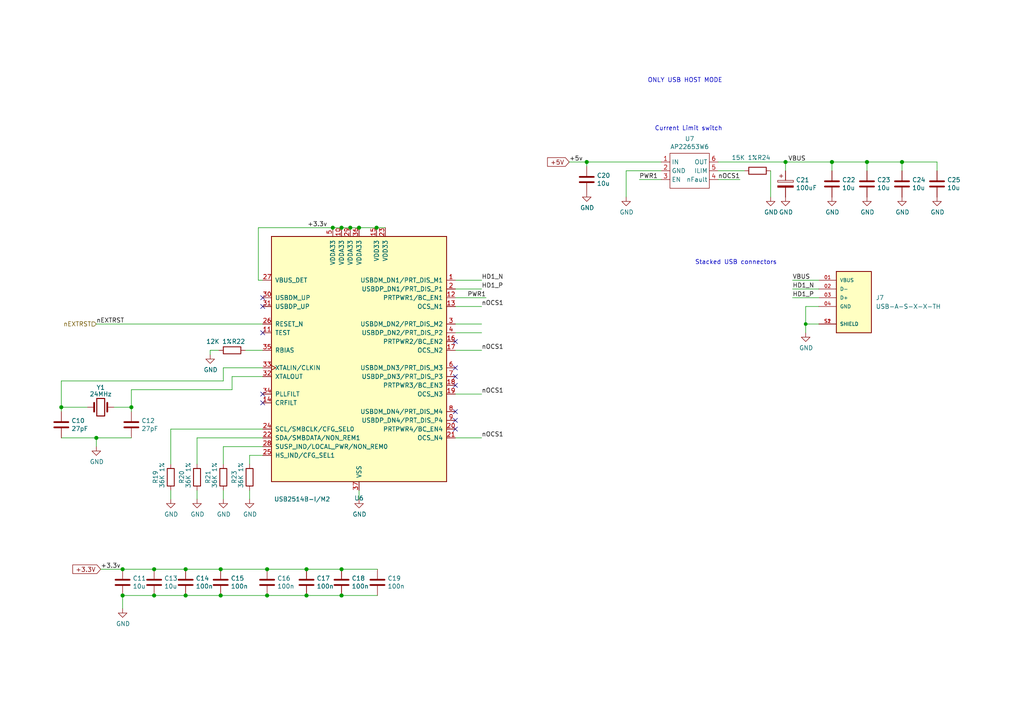
<source format=kicad_sch>
(kicad_sch (version 20211123) (generator eeschema)

  (uuid a6c5702d-15d3-4190-a54b-5e409b8c5739)

  (paper "A4")

  (title_block
    (title "EZhud CM4 Carrier Board")
    (date "2022-07-17")
    (rev "v01")
    (company "ClearNav")
  )

  (lib_symbols
    (symbol "CM4IO:AP2553W6" (in_bom yes) (on_board yes)
      (property "Reference" "U" (id 0) (at 3.81 -6.35 0)
        (effects (font (size 1.27 1.27)))
      )
      (property "Value" "AP2553W6" (id 1) (at -3.81 -6.35 0)
        (effects (font (size 1.27 1.27)))
      )
      (property "Footprint" "Package_TO_SOT_SMD:SOT-23-6" (id 2) (at 3.81 -6.35 0)
        (effects (font (size 1.27 1.27)) hide)
      )
      (property "Datasheet" "https://www.diodes.com/assets/Datasheets/AP255x.pdf" (id 3) (at 3.81 -6.35 0)
        (effects (font (size 1.27 1.27)) hide)
      )
      (property "Field4" "Digikey" (id 4) (at 0 0 0)
        (effects (font (size 1.27 1.27)) hide)
      )
      (property "Field5" "AP2553W6-7DICT-ND" (id 5) (at 0 0 0)
        (effects (font (size 1.27 1.27)) hide)
      )
      (symbol "AP2553W6_0_0"
        (pin power_in line (at -8.89 2.54 0) (length 2.54)
          (name "IN" (effects (font (size 1.27 1.27))))
          (number "1" (effects (font (size 1.27 1.27))))
        )
        (pin power_out line (at -8.89 0 0) (length 2.54)
          (name "GND" (effects (font (size 1.27 1.27))))
          (number "2" (effects (font (size 1.27 1.27))))
        )
        (pin input line (at -8.89 -2.54 0) (length 2.54)
          (name "EN" (effects (font (size 1.27 1.27))))
          (number "3" (effects (font (size 1.27 1.27))))
        )
        (pin open_collector line (at 7.62 -2.54 180) (length 2.54)
          (name "nFault" (effects (font (size 1.27 1.27))))
          (number "4" (effects (font (size 1.27 1.27))))
        )
        (pin passive line (at 7.62 0 180) (length 2.54)
          (name "ILIM" (effects (font (size 1.27 1.27))))
          (number "5" (effects (font (size 1.27 1.27))))
        )
        (pin power_out line (at 7.62 2.54 180) (length 2.54)
          (name "OUT" (effects (font (size 1.27 1.27))))
          (number "6" (effects (font (size 1.27 1.27))))
        )
      )
      (symbol "AP2553W6_0_1"
        (rectangle (start -6.35 5.08) (end 5.08 -5.08)
          (stroke (width 0) (type default) (color 0 0 0 0))
          (fill (type none))
        )
      )
    )
    (symbol "Device:C" (pin_numbers hide) (pin_names (offset 0.254)) (in_bom yes) (on_board yes)
      (property "Reference" "C" (id 0) (at 0.635 2.54 0)
        (effects (font (size 1.27 1.27)) (justify left))
      )
      (property "Value" "C" (id 1) (at 0.635 -2.54 0)
        (effects (font (size 1.27 1.27)) (justify left))
      )
      (property "Footprint" "" (id 2) (at 0.9652 -3.81 0)
        (effects (font (size 1.27 1.27)) hide)
      )
      (property "Datasheet" "~" (id 3) (at 0 0 0)
        (effects (font (size 1.27 1.27)) hide)
      )
      (property "ki_keywords" "cap capacitor" (id 4) (at 0 0 0)
        (effects (font (size 1.27 1.27)) hide)
      )
      (property "ki_description" "Unpolarized capacitor" (id 5) (at 0 0 0)
        (effects (font (size 1.27 1.27)) hide)
      )
      (property "ki_fp_filters" "C_*" (id 6) (at 0 0 0)
        (effects (font (size 1.27 1.27)) hide)
      )
      (symbol "C_0_1"
        (polyline
          (pts
            (xy -2.032 -0.762)
            (xy 2.032 -0.762)
          )
          (stroke (width 0.508) (type default) (color 0 0 0 0))
          (fill (type none))
        )
        (polyline
          (pts
            (xy -2.032 0.762)
            (xy 2.032 0.762)
          )
          (stroke (width 0.508) (type default) (color 0 0 0 0))
          (fill (type none))
        )
      )
      (symbol "C_1_1"
        (pin passive line (at 0 3.81 270) (length 2.794)
          (name "~" (effects (font (size 1.27 1.27))))
          (number "1" (effects (font (size 1.27 1.27))))
        )
        (pin passive line (at 0 -3.81 90) (length 2.794)
          (name "~" (effects (font (size 1.27 1.27))))
          (number "2" (effects (font (size 1.27 1.27))))
        )
      )
    )
    (symbol "Device:CP" (pin_numbers hide) (pin_names (offset 0.254)) (in_bom yes) (on_board yes)
      (property "Reference" "C" (id 0) (at 0.635 2.54 0)
        (effects (font (size 1.27 1.27)) (justify left))
      )
      (property "Value" "CP" (id 1) (at 0.635 -2.54 0)
        (effects (font (size 1.27 1.27)) (justify left))
      )
      (property "Footprint" "" (id 2) (at 0.9652 -3.81 0)
        (effects (font (size 1.27 1.27)) hide)
      )
      (property "Datasheet" "~" (id 3) (at 0 0 0)
        (effects (font (size 1.27 1.27)) hide)
      )
      (property "ki_keywords" "cap capacitor" (id 4) (at 0 0 0)
        (effects (font (size 1.27 1.27)) hide)
      )
      (property "ki_description" "Polarized capacitor" (id 5) (at 0 0 0)
        (effects (font (size 1.27 1.27)) hide)
      )
      (property "ki_fp_filters" "CP_*" (id 6) (at 0 0 0)
        (effects (font (size 1.27 1.27)) hide)
      )
      (symbol "CP_0_1"
        (rectangle (start -2.286 0.508) (end 2.286 1.016)
          (stroke (width 0) (type default) (color 0 0 0 0))
          (fill (type none))
        )
        (polyline
          (pts
            (xy -1.778 2.286)
            (xy -0.762 2.286)
          )
          (stroke (width 0) (type default) (color 0 0 0 0))
          (fill (type none))
        )
        (polyline
          (pts
            (xy -1.27 2.794)
            (xy -1.27 1.778)
          )
          (stroke (width 0) (type default) (color 0 0 0 0))
          (fill (type none))
        )
        (rectangle (start 2.286 -0.508) (end -2.286 -1.016)
          (stroke (width 0) (type default) (color 0 0 0 0))
          (fill (type outline))
        )
      )
      (symbol "CP_1_1"
        (pin passive line (at 0 3.81 270) (length 2.794)
          (name "~" (effects (font (size 1.27 1.27))))
          (number "1" (effects (font (size 1.27 1.27))))
        )
        (pin passive line (at 0 -3.81 90) (length 2.794)
          (name "~" (effects (font (size 1.27 1.27))))
          (number "2" (effects (font (size 1.27 1.27))))
        )
      )
    )
    (symbol "Device:Crystal" (pin_numbers hide) (pin_names (offset 1.016) hide) (in_bom yes) (on_board yes)
      (property "Reference" "Y" (id 0) (at 0 3.81 0)
        (effects (font (size 1.27 1.27)))
      )
      (property "Value" "Crystal" (id 1) (at 0 -3.81 0)
        (effects (font (size 1.27 1.27)))
      )
      (property "Footprint" "" (id 2) (at 0 0 0)
        (effects (font (size 1.27 1.27)) hide)
      )
      (property "Datasheet" "~" (id 3) (at 0 0 0)
        (effects (font (size 1.27 1.27)) hide)
      )
      (property "ki_keywords" "quartz ceramic resonator oscillator" (id 4) (at 0 0 0)
        (effects (font (size 1.27 1.27)) hide)
      )
      (property "ki_description" "Two pin crystal" (id 5) (at 0 0 0)
        (effects (font (size 1.27 1.27)) hide)
      )
      (property "ki_fp_filters" "Crystal*" (id 6) (at 0 0 0)
        (effects (font (size 1.27 1.27)) hide)
      )
      (symbol "Crystal_0_1"
        (rectangle (start -1.143 2.54) (end 1.143 -2.54)
          (stroke (width 0.3048) (type default) (color 0 0 0 0))
          (fill (type none))
        )
        (polyline
          (pts
            (xy -2.54 0)
            (xy -1.905 0)
          )
          (stroke (width 0) (type default) (color 0 0 0 0))
          (fill (type none))
        )
        (polyline
          (pts
            (xy -1.905 -1.27)
            (xy -1.905 1.27)
          )
          (stroke (width 0.508) (type default) (color 0 0 0 0))
          (fill (type none))
        )
        (polyline
          (pts
            (xy 1.905 -1.27)
            (xy 1.905 1.27)
          )
          (stroke (width 0.508) (type default) (color 0 0 0 0))
          (fill (type none))
        )
        (polyline
          (pts
            (xy 2.54 0)
            (xy 1.905 0)
          )
          (stroke (width 0) (type default) (color 0 0 0 0))
          (fill (type none))
        )
      )
      (symbol "Crystal_1_1"
        (pin passive line (at -3.81 0 0) (length 1.27)
          (name "1" (effects (font (size 1.27 1.27))))
          (number "1" (effects (font (size 1.27 1.27))))
        )
        (pin passive line (at 3.81 0 180) (length 1.27)
          (name "2" (effects (font (size 1.27 1.27))))
          (number "2" (effects (font (size 1.27 1.27))))
        )
      )
    )
    (symbol "Device:R" (pin_numbers hide) (pin_names (offset 0)) (in_bom yes) (on_board yes)
      (property "Reference" "R" (id 0) (at 2.032 0 90)
        (effects (font (size 1.27 1.27)))
      )
      (property "Value" "R" (id 1) (at 0 0 90)
        (effects (font (size 1.27 1.27)))
      )
      (property "Footprint" "" (id 2) (at -1.778 0 90)
        (effects (font (size 1.27 1.27)) hide)
      )
      (property "Datasheet" "~" (id 3) (at 0 0 0)
        (effects (font (size 1.27 1.27)) hide)
      )
      (property "ki_keywords" "R res resistor" (id 4) (at 0 0 0)
        (effects (font (size 1.27 1.27)) hide)
      )
      (property "ki_description" "Resistor" (id 5) (at 0 0 0)
        (effects (font (size 1.27 1.27)) hide)
      )
      (property "ki_fp_filters" "R_*" (id 6) (at 0 0 0)
        (effects (font (size 1.27 1.27)) hide)
      )
      (symbol "R_0_1"
        (rectangle (start -1.016 -2.54) (end 1.016 2.54)
          (stroke (width 0.254) (type default) (color 0 0 0 0))
          (fill (type none))
        )
      )
      (symbol "R_1_1"
        (pin passive line (at 0 3.81 270) (length 1.27)
          (name "~" (effects (font (size 1.27 1.27))))
          (number "1" (effects (font (size 1.27 1.27))))
        )
        (pin passive line (at 0 -3.81 90) (length 1.27)
          (name "~" (effects (font (size 1.27 1.27))))
          (number "2" (effects (font (size 1.27 1.27))))
        )
      )
    )
    (symbol "Interface_USB:USB2514B_Bi" (pin_names (offset 1.016)) (in_bom yes) (on_board yes)
      (property "Reference" "U" (id 0) (at -17.78 40.64 0)
        (effects (font (size 1.27 1.27)))
      )
      (property "Value" "USB2514B_Bi" (id 1) (at -20.32 38.1 0)
        (effects (font (size 1.27 1.27)))
      )
      (property "Footprint" "Package_DFN_QFN:QFN-36-1EP_6x6mm_P0.5mm_EP3.7x3.7mm" (id 2) (at 33.02 -38.1 0)
        (effects (font (size 1.27 1.27)) hide)
      )
      (property "Datasheet" "http://ww1.microchip.com/downloads/en/DeviceDoc/00001692C.pdf" (id 3) (at 40.64 -40.64 0)
        (effects (font (size 1.27 1.27)) hide)
      )
      (property "ki_keywords" "USB2.0 Hi-Speed-USB-Hub Hub-Controller" (id 4) (at 0 0 0)
        (effects (font (size 1.27 1.27)) hide)
      )
      (property "ki_description" "USB 2.0 Hi-Speed Hub Controller" (id 5) (at 0 0 0)
        (effects (font (size 1.27 1.27)) hide)
      )
      (property "ki_fp_filters" "QFN*6x6mm*P0.5mm*" (id 6) (at 0 0 0)
        (effects (font (size 1.27 1.27)) hide)
      )
      (symbol "USB2514B_Bi_0_1"
        (rectangle (start -25.4 35.56) (end 25.4 -35.56)
          (stroke (width 0.254) (type default) (color 0 0 0 0))
          (fill (type background))
        )
      )
      (symbol "USB2514B_Bi_1_1"
        (pin bidirectional line (at 27.94 22.86 180) (length 2.54)
          (name "USBDM_DN1/PRT_DIS_M1" (effects (font (size 1.27 1.27))))
          (number "1" (effects (font (size 1.27 1.27))))
        )
        (pin power_in line (at -5.08 38.1 270) (length 2.54)
          (name "VDDA33" (effects (font (size 1.27 1.27))))
          (number "10" (effects (font (size 1.27 1.27))))
        )
        (pin input line (at -27.94 7.62 0) (length 2.54)
          (name "TEST" (effects (font (size 1.27 1.27))))
          (number "11" (effects (font (size 1.27 1.27))))
        )
        (pin bidirectional line (at 27.94 17.78 180) (length 2.54)
          (name "PRTPWR1/BC_EN1" (effects (font (size 1.27 1.27))))
          (number "12" (effects (font (size 1.27 1.27))))
        )
        (pin input line (at 27.94 15.24 180) (length 2.54)
          (name "OCS_N1" (effects (font (size 1.27 1.27))))
          (number "13" (effects (font (size 1.27 1.27))))
        )
        (pin input line (at -27.94 -12.7 0) (length 2.54)
          (name "CRFILT" (effects (font (size 1.27 1.27))))
          (number "14" (effects (font (size 1.27 1.27))))
        )
        (pin power_in line (at 5.08 38.1 270) (length 2.54)
          (name "VDD33" (effects (font (size 1.27 1.27))))
          (number "15" (effects (font (size 1.27 1.27))))
        )
        (pin bidirectional line (at 27.94 5.08 180) (length 2.54)
          (name "PRTPWR2/BC_EN2" (effects (font (size 1.27 1.27))))
          (number "16" (effects (font (size 1.27 1.27))))
        )
        (pin input line (at 27.94 2.54 180) (length 2.54)
          (name "OCS_N2" (effects (font (size 1.27 1.27))))
          (number "17" (effects (font (size 1.27 1.27))))
        )
        (pin bidirectional line (at 27.94 -7.62 180) (length 2.54)
          (name "PRTPWR3/BC_EN3" (effects (font (size 1.27 1.27))))
          (number "18" (effects (font (size 1.27 1.27))))
        )
        (pin input line (at 27.94 -10.16 180) (length 2.54)
          (name "OCS_N3" (effects (font (size 1.27 1.27))))
          (number "19" (effects (font (size 1.27 1.27))))
        )
        (pin bidirectional line (at 27.94 20.32 180) (length 2.54)
          (name "USBDP_DN1/PRT_DIS_P1" (effects (font (size 1.27 1.27))))
          (number "2" (effects (font (size 1.27 1.27))))
        )
        (pin bidirectional line (at 27.94 -20.32 180) (length 2.54)
          (name "PRTPWR4/BC_EN4" (effects (font (size 1.27 1.27))))
          (number "20" (effects (font (size 1.27 1.27))))
        )
        (pin input line (at 27.94 -22.86 180) (length 2.54)
          (name "OCS_N4" (effects (font (size 1.27 1.27))))
          (number "21" (effects (font (size 1.27 1.27))))
        )
        (pin bidirectional line (at -27.94 -22.86 0) (length 2.54)
          (name "SDA/SMBDATA/NON_REM1" (effects (font (size 1.27 1.27))))
          (number "22" (effects (font (size 1.27 1.27))))
        )
        (pin power_in line (at 7.62 38.1 270) (length 2.54)
          (name "VDD33" (effects (font (size 1.27 1.27))))
          (number "23" (effects (font (size 1.27 1.27))))
        )
        (pin bidirectional line (at -27.94 -20.32 0) (length 2.54)
          (name "SCL/SMBCLK/CFG_SEL0" (effects (font (size 1.27 1.27))))
          (number "24" (effects (font (size 1.27 1.27))))
        )
        (pin bidirectional line (at -27.94 -27.94 0) (length 2.54)
          (name "HS_IND/CFG_SEL1" (effects (font (size 1.27 1.27))))
          (number "25" (effects (font (size 1.27 1.27))))
        )
        (pin input line (at -27.94 10.16 0) (length 2.54)
          (name "RESET_N" (effects (font (size 1.27 1.27))))
          (number "26" (effects (font (size 1.27 1.27))))
        )
        (pin input line (at -27.94 22.86 0) (length 2.54)
          (name "VBUS_DET" (effects (font (size 1.27 1.27))))
          (number "27" (effects (font (size 1.27 1.27))))
        )
        (pin bidirectional line (at -27.94 -25.4 0) (length 2.54)
          (name "SUSP_IND/LOCAL_PWR/NON_REM0" (effects (font (size 1.27 1.27))))
          (number "28" (effects (font (size 1.27 1.27))))
        )
        (pin power_in line (at -2.54 38.1 270) (length 2.54)
          (name "VDDA33" (effects (font (size 1.27 1.27))))
          (number "29" (effects (font (size 1.27 1.27))))
        )
        (pin bidirectional line (at 27.94 10.16 180) (length 2.54)
          (name "USBDM_DN2/PRT_DIS_M2" (effects (font (size 1.27 1.27))))
          (number "3" (effects (font (size 1.27 1.27))))
        )
        (pin bidirectional line (at -27.94 17.78 0) (length 2.54)
          (name "USBDM_UP" (effects (font (size 1.27 1.27))))
          (number "30" (effects (font (size 1.27 1.27))))
        )
        (pin bidirectional line (at -27.94 15.24 0) (length 2.54)
          (name "USBDP_UP" (effects (font (size 1.27 1.27))))
          (number "31" (effects (font (size 1.27 1.27))))
        )
        (pin output line (at -27.94 -5.08 0) (length 2.54)
          (name "XTALOUT" (effects (font (size 1.27 1.27))))
          (number "32" (effects (font (size 1.27 1.27))))
        )
        (pin input clock (at -27.94 -2.54 0) (length 2.54)
          (name "XTALIN/CLKIN" (effects (font (size 1.27 1.27))))
          (number "33" (effects (font (size 1.27 1.27))))
        )
        (pin input line (at -27.94 -10.16 0) (length 2.54)
          (name "PLLFILT" (effects (font (size 1.27 1.27))))
          (number "34" (effects (font (size 1.27 1.27))))
        )
        (pin input line (at -27.94 2.54 0) (length 2.54)
          (name "RBIAS" (effects (font (size 1.27 1.27))))
          (number "35" (effects (font (size 1.27 1.27))))
        )
        (pin power_in line (at 0 38.1 270) (length 2.54)
          (name "VDDA33" (effects (font (size 1.27 1.27))))
          (number "36" (effects (font (size 1.27 1.27))))
        )
        (pin power_in line (at 0 -38.1 90) (length 2.54)
          (name "VSS" (effects (font (size 1.27 1.27))))
          (number "37" (effects (font (size 1.27 1.27))))
        )
        (pin bidirectional line (at 27.94 7.62 180) (length 2.54)
          (name "USBDP_DN2/PRT_DIS_P2" (effects (font (size 1.27 1.27))))
          (number "4" (effects (font (size 1.27 1.27))))
        )
        (pin power_in line (at -7.62 38.1 270) (length 2.54)
          (name "VDDA33" (effects (font (size 1.27 1.27))))
          (number "5" (effects (font (size 1.27 1.27))))
        )
        (pin bidirectional line (at 27.94 -2.54 180) (length 2.54)
          (name "USBDM_DN3/PRT_DIS_M3" (effects (font (size 1.27 1.27))))
          (number "6" (effects (font (size 1.27 1.27))))
        )
        (pin bidirectional line (at 27.94 -5.08 180) (length 2.54)
          (name "USBDP_DN3/PRT_DIS_P3" (effects (font (size 1.27 1.27))))
          (number "7" (effects (font (size 1.27 1.27))))
        )
        (pin bidirectional line (at 27.94 -15.24 180) (length 2.54)
          (name "USBDM_DN4/PRT_DIS_M4" (effects (font (size 1.27 1.27))))
          (number "8" (effects (font (size 1.27 1.27))))
        )
        (pin bidirectional line (at 27.94 -17.78 180) (length 2.54)
          (name "USBDP_DN4/PRT_DIS_P4" (effects (font (size 1.27 1.27))))
          (number "9" (effects (font (size 1.27 1.27))))
        )
      )
    )
    (symbol "USB-A-S-X-X-TH:USB-A-S-X-X-TH" (pin_names (offset 1.016)) (in_bom yes) (on_board yes)
      (property "Reference" "J?" (id 0) (at 6.35 0.0001 0)
        (effects (font (size 1.27 1.27)) (justify left))
      )
      (property "Value" "USB-A-S-X-X-TH" (id 1) (at 6.35 -2.5399 0)
        (effects (font (size 1.27 1.27)) (justify left))
      )
      (property "Footprint" "SAMTEC_USB-A-S-X-X-TH" (id 2) (at 0 0 0)
        (effects (font (size 1.27 1.27)) (justify left bottom) hide)
      )
      (property "Datasheet" "" (id 3) (at 0 0 0)
        (effects (font (size 1.27 1.27)) (justify left bottom) hide)
      )
      (property "STANDARD" "Manufacturer Recommendations" (id 4) (at 0 0 0)
        (effects (font (size 1.27 1.27)) (justify left bottom) hide)
      )
      (property "MANUFACTURER" "Samtec" (id 5) (at 0 0 0)
        (effects (font (size 1.27 1.27)) (justify left bottom) hide)
      )
      (property "PARTREV" "R" (id 6) (at 0 0 0)
        (effects (font (size 1.27 1.27)) (justify left bottom) hide)
      )
      (property "MAXIMUM_PACKAGE_HEIGHT" "7.08 mm" (id 7) (at 0 0 0)
        (effects (font (size 1.27 1.27)) (justify left bottom) hide)
      )
      (property "ki_locked" "" (id 8) (at 0 0 0)
        (effects (font (size 1.27 1.27)))
      )
      (symbol "USB-A-S-X-X-TH_0_0"
        (rectangle (start -5.08 -10.16) (end 5.08 7.62)
          (stroke (width 0.254) (type default) (color 0 0 0 0))
          (fill (type background))
        )
        (pin power_in line (at -10.16 5.08 0) (length 5.08)
          (name "VBUS" (effects (font (size 1.016 1.016))))
          (number "01" (effects (font (size 1.016 1.016))))
        )
        (pin bidirectional line (at -10.16 2.54 0) (length 5.08)
          (name "D-" (effects (font (size 1.016 1.016))))
          (number "02" (effects (font (size 1.016 1.016))))
        )
        (pin bidirectional line (at -10.16 0 0) (length 5.08)
          (name "D+" (effects (font (size 1.016 1.016))))
          (number "03" (effects (font (size 1.016 1.016))))
        )
        (pin power_in line (at -10.16 -2.54 0) (length 5.08)
          (name "GND" (effects (font (size 1.016 1.016))))
          (number "04" (effects (font (size 1.016 1.016))))
        )
        (pin passive line (at -10.16 -7.62 0) (length 5.08)
          (name "SHIELD" (effects (font (size 1.016 1.016))))
          (number "S1" (effects (font (size 1.016 1.016))))
        )
        (pin passive line (at -10.16 -7.62 0) (length 5.08)
          (name "SHIELD" (effects (font (size 1.016 1.016))))
          (number "S2" (effects (font (size 1.016 1.016))))
        )
      )
    )
    (symbol "power:GND" (power) (pin_names (offset 0)) (in_bom yes) (on_board yes)
      (property "Reference" "#PWR" (id 0) (at 0 -6.35 0)
        (effects (font (size 1.27 1.27)) hide)
      )
      (property "Value" "GND" (id 1) (at 0 -3.81 0)
        (effects (font (size 1.27 1.27)))
      )
      (property "Footprint" "" (id 2) (at 0 0 0)
        (effects (font (size 1.27 1.27)) hide)
      )
      (property "Datasheet" "" (id 3) (at 0 0 0)
        (effects (font (size 1.27 1.27)) hide)
      )
      (property "ki_keywords" "power-flag" (id 4) (at 0 0 0)
        (effects (font (size 1.27 1.27)) hide)
      )
      (property "ki_description" "Power symbol creates a global label with name \"GND\" , ground" (id 5) (at 0 0 0)
        (effects (font (size 1.27 1.27)) hide)
      )
      (symbol "GND_0_1"
        (polyline
          (pts
            (xy 0 0)
            (xy 0 -1.27)
            (xy 1.27 -1.27)
            (xy 0 -2.54)
            (xy -1.27 -1.27)
            (xy 0 -1.27)
          )
          (stroke (width 0) (type default) (color 0 0 0 0))
          (fill (type none))
        )
      )
      (symbol "GND_1_1"
        (pin power_in line (at 0 0 270) (length 0) hide
          (name "GND" (effects (font (size 1.27 1.27))))
          (number "1" (effects (font (size 1.27 1.27))))
        )
      )
    )
  )

  (junction (at 77.47 165.1) (diameter 1.016) (color 0 0 0 0)
    (uuid 083e3777-49d9-4184-b4ac-9b5972e84362)
  )
  (junction (at 88.9 165.1) (diameter 1.016) (color 0 0 0 0)
    (uuid 12a8b9d4-00cb-4ab5-ba56-cce77d2c7ae8)
  )
  (junction (at 53.848 165.1) (diameter 1.016) (color 0 0 0 0)
    (uuid 2ca634d8-2498-4cab-9c81-2c4c858ba454)
  )
  (junction (at 27.94 127) (diameter 1.016) (color 0 0 0 0)
    (uuid 3895c299-9886-4ae8-a68b-33ccd49b4fe0)
  )
  (junction (at 96.52 66.04) (diameter 1.016) (color 0 0 0 0)
    (uuid 43360b52-f102-4d94-bfc0-29ea4aa6b017)
  )
  (junction (at 251.46 46.99) (diameter 1.016) (color 0 0 0 0)
    (uuid 4a0c683a-a7fc-4168-8bec-da27c5b22203)
  )
  (junction (at 64.008 165.1) (diameter 1.016) (color 0 0 0 0)
    (uuid 4eb767fd-f64e-4662-ab62-71e880272832)
  )
  (junction (at 88.9 172.72) (diameter 1.016) (color 0 0 0 0)
    (uuid 4fb483ec-a67a-4e21-9803-302ea31a919d)
  )
  (junction (at 233.68 93.98) (diameter 0) (color 0 0 0 0)
    (uuid 50ffe3a9-a894-4c67-9eb3-323712c8ffaa)
  )
  (junction (at 227.838 46.99) (diameter 1.016) (color 0 0 0 0)
    (uuid 66f144a4-77bd-4d82-aa1d-b64e2b023c34)
  )
  (junction (at 53.848 172.72) (diameter 1.016) (color 0 0 0 0)
    (uuid 6faaa62d-8e8c-4a49-a8ad-337ef0c47fdf)
  )
  (junction (at 38.1 118.11) (diameter 1.016) (color 0 0 0 0)
    (uuid 724246f1-0ba8-4b05-893e-2a4da0d79557)
  )
  (junction (at 104.14 66.04) (diameter 1.016) (color 0 0 0 0)
    (uuid 78caf35f-e919-44dd-b7e8-8f3d3286878d)
  )
  (junction (at 261.62 46.99) (diameter 1.016) (color 0 0 0 0)
    (uuid 7b607c76-fd61-4c48-b879-eaa0c7e7b1fe)
  )
  (junction (at 99.06 66.04) (diameter 1.016) (color 0 0 0 0)
    (uuid 8103ca1d-6c9c-4648-9c04-d33253f976b2)
  )
  (junction (at 99.06 172.72) (diameter 1.016) (color 0 0 0 0)
    (uuid 834865f6-a41b-49cb-b9d3-c1a4193734af)
  )
  (junction (at 35.56 172.72) (diameter 1.016) (color 0 0 0 0)
    (uuid 86917893-d281-40cb-9ed7-ef43c4d55688)
  )
  (junction (at 77.47 172.72) (diameter 1.016) (color 0 0 0 0)
    (uuid 8d673b9a-8be8-4e76-af18-33cf6ceaca15)
  )
  (junction (at 44.704 165.1) (diameter 1.016) (color 0 0 0 0)
    (uuid 922413ba-56e6-44f2-b72b-030fdac7eb94)
  )
  (junction (at 44.704 172.72) (diameter 1.016) (color 0 0 0 0)
    (uuid a37b8e73-4c8d-4ce2-9e86-4683101ce7e8)
  )
  (junction (at 101.6 66.04) (diameter 1.016) (color 0 0 0 0)
    (uuid a794cf73-bc7c-4325-93c6-ca6c0e186de0)
  )
  (junction (at 241.3 46.99) (diameter 1.016) (color 0 0 0 0)
    (uuid b582cdb5-cb1c-4391-94e3-5d10d9d05ee0)
  )
  (junction (at 170.18 46.99) (diameter 1.016) (color 0 0 0 0)
    (uuid bee44166-db15-4e71-8d04-073f85dec0a8)
  )
  (junction (at 64.008 172.72) (diameter 1.016) (color 0 0 0 0)
    (uuid d87c6dc4-e7fa-4504-a312-e8307b58127f)
  )
  (junction (at 109.22 66.04) (diameter 1.016) (color 0 0 0 0)
    (uuid d91dac5f-e037-48b8-b6e5-d8374f19c9cb)
  )
  (junction (at 35.56 165.1) (diameter 1.016) (color 0 0 0 0)
    (uuid dfb230cc-97b0-43c5-a576-9f521652a37e)
  )
  (junction (at 99.06 165.1) (diameter 1.016) (color 0 0 0 0)
    (uuid eb5d2fb1-0ed0-4478-bfb4-0c3062af50e7)
  )
  (junction (at 17.78 118.11) (diameter 1.016) (color 0 0 0 0)
    (uuid ff2e365d-a931-4f75-b701-5b749f91b861)
  )

  (no_connect (at 76.2 96.52) (uuid 0204a7e4-fb95-432c-81a6-e97c64e294dc))
  (no_connect (at 76.2 114.3) (uuid 02475681-a1b9-43e3-9ced-124cbc5ded39))
  (no_connect (at 132.08 99.06) (uuid 094d5c70-15f8-4d62-9068-e487eb5a50ca))
  (no_connect (at 132.08 119.38) (uuid 49c2de61-df67-4432-a68e-6df1c07626e0))
  (no_connect (at 132.08 109.22) (uuid 521d6e6d-65f6-43d5-8da5-4340023b1483))
  (no_connect (at 132.08 106.68) (uuid 72260e16-fb99-48cc-a7f0-c0443f44cf36))
  (no_connect (at 132.08 124.46) (uuid 9e2caece-1f5d-4720-9c74-198c8e830366))
  (no_connect (at 76.2 116.84) (uuid cb4b4dfe-fe92-41a0-827c-44e2c8b2e2a4))
  (no_connect (at 76.2 86.36) (uuid cc333e72-468c-4177-bbe6-284a1fdf4a5c))
  (no_connect (at 76.2 88.9) (uuid cc333e72-468c-4177-bbe6-284a1fdf4a5d))
  (no_connect (at 132.08 121.92) (uuid d856b475-c112-4619-8a34-84cebb1b439c))
  (no_connect (at 132.08 111.76) (uuid e31444a4-178a-4203-9837-15a04241e4c1))

  (wire (pts (xy 64.77 106.68) (xy 64.77 110.49))
    (stroke (width 0) (type solid) (color 0 0 0 0))
    (uuid 0058a41d-f4a6-4709-b449-058ae1749b61)
  )
  (wire (pts (xy 233.68 93.98) (xy 233.68 88.9))
    (stroke (width 0) (type default) (color 0 0 0 0))
    (uuid 011d16fe-a401-4814-beea-557dbc55066c)
  )
  (wire (pts (xy 49.53 134.62) (xy 49.53 124.46))
    (stroke (width 0) (type solid) (color 0 0 0 0))
    (uuid 064d0d6c-64dd-488f-b3bf-b07481a9e7e2)
  )
  (wire (pts (xy 227.838 46.99) (xy 241.3 46.99))
    (stroke (width 0) (type solid) (color 0 0 0 0))
    (uuid 0664f282-f74e-47e5-9a5a-4953f796630e)
  )
  (wire (pts (xy 271.78 49.53) (xy 271.78 46.99))
    (stroke (width 0) (type solid) (color 0 0 0 0))
    (uuid 06b7bf37-0886-4aa3-aab6-af821d0e2dd0)
  )
  (wire (pts (xy 229.87 86.36) (xy 237.49 86.36))
    (stroke (width 0) (type default) (color 0 0 0 0))
    (uuid 1222f01f-a40e-42f2-af84-6c4ad326b1a4)
  )
  (wire (pts (xy 208.28 49.53) (xy 215.9 49.53))
    (stroke (width 0) (type solid) (color 0 0 0 0))
    (uuid 1f293afd-de75-48a9-9474-11a03736d2a4)
  )
  (wire (pts (xy 63.5 101.6) (xy 60.96 101.6))
    (stroke (width 0) (type solid) (color 0 0 0 0))
    (uuid 22f94c94-9e5e-4f3b-8348-ce37cb8ccda2)
  )
  (wire (pts (xy 132.08 93.98) (xy 139.7 93.98))
    (stroke (width 0) (type solid) (color 0 0 0 0))
    (uuid 23a293b5-9c62-4b45-9cb4-08c690ceb97c)
  )
  (wire (pts (xy 64.008 165.1) (xy 77.47 165.1))
    (stroke (width 0) (type solid) (color 0 0 0 0))
    (uuid 26517985-9258-44c2-9c47-0b2fa613bfb4)
  )
  (wire (pts (xy 57.15 142.24) (xy 57.15 144.78))
    (stroke (width 0) (type solid) (color 0 0 0 0))
    (uuid 3083bc7a-bd69-4cd3-9649-973123d55a8f)
  )
  (wire (pts (xy 35.56 165.1) (xy 44.704 165.1))
    (stroke (width 0) (type solid) (color 0 0 0 0))
    (uuid 30d00aa5-58b1-4a6c-9a71-2704fd936916)
  )
  (wire (pts (xy 17.78 110.49) (xy 17.78 118.11))
    (stroke (width 0) (type solid) (color 0 0 0 0))
    (uuid 36009ce2-aef4-458d-a292-3419b0825e87)
  )
  (wire (pts (xy 77.47 165.1) (xy 88.9 165.1))
    (stroke (width 0) (type solid) (color 0 0 0 0))
    (uuid 377d43fa-8489-47ef-8127-4216a6798b8a)
  )
  (wire (pts (xy 49.53 124.46) (xy 76.2 124.46))
    (stroke (width 0) (type solid) (color 0 0 0 0))
    (uuid 39996785-9443-4346-8131-9c2f81b29367)
  )
  (wire (pts (xy 76.2 81.28) (xy 74.93 81.28))
    (stroke (width 0) (type solid) (color 0 0 0 0))
    (uuid 3ae69ef7-e634-4334-bc14-f6cdb4e39457)
  )
  (wire (pts (xy 35.56 172.72) (xy 44.704 172.72))
    (stroke (width 0) (type solid) (color 0 0 0 0))
    (uuid 3b929acc-cab0-4a84-87b4-fedc1008cce7)
  )
  (wire (pts (xy 88.9 172.72) (xy 99.06 172.72))
    (stroke (width 0) (type solid) (color 0 0 0 0))
    (uuid 41d12a60-0e9d-420f-9ed8-4b81a19e794d)
  )
  (wire (pts (xy 38.1 118.11) (xy 38.1 119.38))
    (stroke (width 0) (type solid) (color 0 0 0 0))
    (uuid 4238463e-fc4e-4407-bba6-9d0e227269b2)
  )
  (wire (pts (xy 132.08 101.6) (xy 139.7 101.6))
    (stroke (width 0) (type solid) (color 0 0 0 0))
    (uuid 444f4d7b-d488-43e8-bd90-e9060777d587)
  )
  (wire (pts (xy 72.39 132.08) (xy 76.2 132.08))
    (stroke (width 0) (type solid) (color 0 0 0 0))
    (uuid 496191fa-0519-4d27-b8b8-dc3906d4c120)
  )
  (wire (pts (xy 132.08 83.82) (xy 139.7 83.82))
    (stroke (width 0) (type solid) (color 0 0 0 0))
    (uuid 4ab9428c-0597-41ab-a1cb-4b3c450e829a)
  )
  (wire (pts (xy 67.31 109.22) (xy 67.31 113.03))
    (stroke (width 0) (type solid) (color 0 0 0 0))
    (uuid 4d020d1c-c561-4227-9d6c-471ca20ade84)
  )
  (wire (pts (xy 72.39 142.24) (xy 72.39 144.78))
    (stroke (width 0) (type solid) (color 0 0 0 0))
    (uuid 4eb289aa-a9c0-4e02-a3c9-bcd9558cd554)
  )
  (wire (pts (xy 17.78 127) (xy 27.94 127))
    (stroke (width 0) (type solid) (color 0 0 0 0))
    (uuid 5163158e-c3c8-4a39-8b68-661ea248625d)
  )
  (wire (pts (xy 99.06 66.04) (xy 101.6 66.04))
    (stroke (width 0) (type solid) (color 0 0 0 0))
    (uuid 52790d14-a2e7-4ca3-8c97-34ddc85ff0a7)
  )
  (wire (pts (xy 233.68 96.52) (xy 233.68 93.98))
    (stroke (width 0) (type default) (color 0 0 0 0))
    (uuid 560bfeda-8210-4d09-a23e-1ac0c018c34d)
  )
  (wire (pts (xy 251.46 46.99) (xy 261.62 46.99))
    (stroke (width 0) (type solid) (color 0 0 0 0))
    (uuid 57a0a2ee-1a1f-48ed-b7fa-e30c6c6e2388)
  )
  (wire (pts (xy 132.08 81.28) (xy 139.7 81.28))
    (stroke (width 0) (type solid) (color 0 0 0 0))
    (uuid 57af7ce1-6058-4b39-930f-ab04dea12812)
  )
  (wire (pts (xy 33.02 118.11) (xy 38.1 118.11))
    (stroke (width 0) (type solid) (color 0 0 0 0))
    (uuid 5886afba-70a5-412c-b554-45a85ec443e2)
  )
  (wire (pts (xy 104.14 142.24) (xy 104.14 144.78))
    (stroke (width 0) (type solid) (color 0 0 0 0))
    (uuid 5d71c594-df40-4d3a-9f6f-b08d8b330680)
  )
  (wire (pts (xy 170.18 46.99) (xy 191.77 46.99))
    (stroke (width 0) (type solid) (color 0 0 0 0))
    (uuid 5ddc15fd-85f7-4f8b-bd16-c97f58e22865)
  )
  (wire (pts (xy 132.08 88.9) (xy 139.7 88.9))
    (stroke (width 0) (type solid) (color 0 0 0 0))
    (uuid 60b7acc5-5930-4275-8c82-3ccd176067d5)
  )
  (wire (pts (xy 17.78 118.11) (xy 25.4 118.11))
    (stroke (width 0) (type solid) (color 0 0 0 0))
    (uuid 64e3aadb-eab4-4529-ba88-587ed97ae950)
  )
  (wire (pts (xy 64.77 142.24) (xy 64.77 144.78))
    (stroke (width 0) (type solid) (color 0 0 0 0))
    (uuid 69b54f3a-9ac3-49d4-8337-f60996587390)
  )
  (wire (pts (xy 72.39 134.62) (xy 72.39 132.08))
    (stroke (width 0) (type solid) (color 0 0 0 0))
    (uuid 6a0977b2-fd74-45fa-b7cc-d71b890ef2fe)
  )
  (wire (pts (xy 99.06 172.72) (xy 109.474 172.72))
    (stroke (width 0) (type solid) (color 0 0 0 0))
    (uuid 70108b0b-0bb2-43b9-8ce5-7a5b9b496275)
  )
  (wire (pts (xy 96.52 66.04) (xy 99.06 66.04))
    (stroke (width 0) (type solid) (color 0 0 0 0))
    (uuid 710e2c7d-7e24-4c69-846a-49cb02bede9e)
  )
  (wire (pts (xy 64.77 129.54) (xy 76.2 129.54))
    (stroke (width 0) (type solid) (color 0 0 0 0))
    (uuid 736bb719-abe1-4c2d-925e-46afdd41825b)
  )
  (wire (pts (xy 64.008 172.72) (xy 77.47 172.72))
    (stroke (width 0) (type solid) (color 0 0 0 0))
    (uuid 750038af-7e50-4df9-ad34-27052b2e19e9)
  )
  (wire (pts (xy 233.68 93.98) (xy 237.49 93.98))
    (stroke (width 0) (type default) (color 0 0 0 0))
    (uuid 77d66464-4b3d-4c73-b702-541a3336a8c9)
  )
  (wire (pts (xy 27.94 127) (xy 38.1 127))
    (stroke (width 0) (type solid) (color 0 0 0 0))
    (uuid 82d9b6ca-614e-4594-abdd-8a0b0b09f4ea)
  )
  (wire (pts (xy 44.704 165.1) (xy 53.848 165.1))
    (stroke (width 0) (type solid) (color 0 0 0 0))
    (uuid 86697621-654b-4599-8515-3c180e28c793)
  )
  (wire (pts (xy 132.08 86.36) (xy 140.97 86.36))
    (stroke (width 0) (type solid) (color 0 0 0 0))
    (uuid 87443f3c-e2bb-42eb-aea7-457e5e9cee55)
  )
  (wire (pts (xy 208.28 46.99) (xy 227.838 46.99))
    (stroke (width 0) (type solid) (color 0 0 0 0))
    (uuid 8bde8210-59ad-4ef9-8d51-91fe188361d1)
  )
  (wire (pts (xy 104.14 66.04) (xy 109.22 66.04))
    (stroke (width 0) (type solid) (color 0 0 0 0))
    (uuid 8d291d4b-7c89-44fc-aa3b-02ce58f73e50)
  )
  (wire (pts (xy 132.08 96.52) (xy 139.7 96.52))
    (stroke (width 0) (type solid) (color 0 0 0 0))
    (uuid 92c06aa0-4cb0-46c6-9bb8-e7acf879d21d)
  )
  (wire (pts (xy 27.94 93.98) (xy 76.2 93.98))
    (stroke (width 0) (type solid) (color 0 0 0 0))
    (uuid 93a71976-096d-4d3a-95b1-e453272ca2f5)
  )
  (wire (pts (xy 60.96 101.6) (xy 60.96 102.87))
    (stroke (width 0) (type solid) (color 0 0 0 0))
    (uuid 9559575b-08af-4ecd-b9b7-41e4c24e5012)
  )
  (wire (pts (xy 67.31 113.03) (xy 38.1 113.03))
    (stroke (width 0) (type solid) (color 0 0 0 0))
    (uuid 96ea1fbc-35cc-454b-ace9-91345d96797c)
  )
  (wire (pts (xy 57.15 134.62) (xy 57.15 127))
    (stroke (width 0) (type solid) (color 0 0 0 0))
    (uuid 9d9ea4b6-228d-43a9-99e6-1f08cad251cf)
  )
  (wire (pts (xy 170.18 48.26) (xy 170.18 46.99))
    (stroke (width 0) (type solid) (color 0 0 0 0))
    (uuid a2c5cf41-78cd-44be-b56b-e3f73378a411)
  )
  (wire (pts (xy 35.56 176.53) (xy 35.56 172.72))
    (stroke (width 0) (type solid) (color 0 0 0 0))
    (uuid a3c34e2b-63f0-4677-8781-2a923971621b)
  )
  (wire (pts (xy 53.848 165.1) (xy 64.008 165.1))
    (stroke (width 0) (type solid) (color 0 0 0 0))
    (uuid a774b315-9949-4f25-974f-3528d1d75c5f)
  )
  (wire (pts (xy 74.93 66.04) (xy 96.52 66.04))
    (stroke (width 0) (type solid) (color 0 0 0 0))
    (uuid a7aaf6ea-94b1-44d8-b083-a05bf218bb9a)
  )
  (wire (pts (xy 71.12 101.6) (xy 76.2 101.6))
    (stroke (width 0) (type solid) (color 0 0 0 0))
    (uuid a9c5e049-55d6-4645-9da2-31ee1e14cb6d)
  )
  (wire (pts (xy 132.08 114.3) (xy 139.7 114.3))
    (stroke (width 0) (type solid) (color 0 0 0 0))
    (uuid aa33a358-e010-4cc4-9576-35fc81765e95)
  )
  (wire (pts (xy 88.9 165.1) (xy 99.06 165.1))
    (stroke (width 0) (type solid) (color 0 0 0 0))
    (uuid adf3b225-6d83-4737-b299-eded697092d3)
  )
  (wire (pts (xy 44.704 172.72) (xy 53.848 172.72))
    (stroke (width 0) (type solid) (color 0 0 0 0))
    (uuid aeb90f14-3a54-4225-af86-e7e3ebc10994)
  )
  (wire (pts (xy 77.47 172.72) (xy 88.9 172.72))
    (stroke (width 0) (type solid) (color 0 0 0 0))
    (uuid af28a579-a8b9-486b-bb08-0ceaa67fabaa)
  )
  (wire (pts (xy 109.22 66.04) (xy 111.76 66.04))
    (stroke (width 0) (type solid) (color 0 0 0 0))
    (uuid b117c8aa-d463-4ef3-9a2f-abc6e5d3b746)
  )
  (wire (pts (xy 241.3 49.53) (xy 241.3 46.99))
    (stroke (width 0) (type solid) (color 0 0 0 0))
    (uuid b2aae2f6-3f87-4eef-be99-626aa2f95326)
  )
  (wire (pts (xy 261.62 46.99) (xy 271.78 46.99))
    (stroke (width 0) (type solid) (color 0 0 0 0))
    (uuid b6bffdea-fd11-481e-ace0-25ee137feaf2)
  )
  (wire (pts (xy 53.848 172.72) (xy 64.008 172.72))
    (stroke (width 0) (type solid) (color 0 0 0 0))
    (uuid ba8a2257-18eb-4735-b4be-ffeec44ec27e)
  )
  (wire (pts (xy 74.93 81.28) (xy 74.93 66.04))
    (stroke (width 0) (type solid) (color 0 0 0 0))
    (uuid baf6de52-ccca-4240-9ab8-5b3374e6778f)
  )
  (wire (pts (xy 229.87 83.82) (xy 237.49 83.82))
    (stroke (width 0) (type default) (color 0 0 0 0))
    (uuid bf599fd5-46d4-4763-bdb3-bb77dd730de0)
  )
  (wire (pts (xy 101.6 66.04) (xy 104.14 66.04))
    (stroke (width 0) (type solid) (color 0 0 0 0))
    (uuid bf6d3a40-bd34-476b-8060-d51d7b87ff72)
  )
  (wire (pts (xy 49.53 142.24) (xy 49.53 144.78))
    (stroke (width 0) (type solid) (color 0 0 0 0))
    (uuid c6c238e4-f462-42c2-b86b-dc42bd84efc5)
  )
  (wire (pts (xy 99.06 165.1) (xy 109.474 165.1))
    (stroke (width 0) (type solid) (color 0 0 0 0))
    (uuid d089657c-3c0c-40dd-9a82-b8675bdea73f)
  )
  (wire (pts (xy 229.87 81.28) (xy 237.49 81.28))
    (stroke (width 0) (type default) (color 0 0 0 0))
    (uuid d108e455-c7e5-49fe-b5f9-a065c8dba514)
  )
  (wire (pts (xy 132.08 127) (xy 139.7 127))
    (stroke (width 0) (type solid) (color 0 0 0 0))
    (uuid d13f9bab-10c5-4944-a05d-485338488ba7)
  )
  (wire (pts (xy 251.46 46.99) (xy 251.46 49.53))
    (stroke (width 0) (type solid) (color 0 0 0 0))
    (uuid d5bd4500-a2e5-42ee-88c6-53e2d012a4a0)
  )
  (wire (pts (xy 64.77 110.49) (xy 17.78 110.49))
    (stroke (width 0) (type solid) (color 0 0 0 0))
    (uuid d74113b1-5c97-4281-803e-f55cf4326e04)
  )
  (wire (pts (xy 76.2 109.22) (xy 67.31 109.22))
    (stroke (width 0) (type solid) (color 0 0 0 0))
    (uuid d80caae9-9847-4e4d-a8e2-7d1cd43e8645)
  )
  (wire (pts (xy 27.94 127) (xy 27.94 129.54))
    (stroke (width 0) (type solid) (color 0 0 0 0))
    (uuid db9cbc16-1459-4c3c-9579-083550b8dcf1)
  )
  (wire (pts (xy 261.62 46.99) (xy 261.62 49.53))
    (stroke (width 0) (type solid) (color 0 0 0 0))
    (uuid dd0dbbe7-88e0-4200-ab46-bed329f1f620)
  )
  (wire (pts (xy 241.3 46.99) (xy 251.46 46.99))
    (stroke (width 0) (type solid) (color 0 0 0 0))
    (uuid dd86c273-e395-4007-82f9-ffba2e498ea1)
  )
  (wire (pts (xy 227.838 46.99) (xy 227.838 49.53))
    (stroke (width 0) (type solid) (color 0 0 0 0))
    (uuid ddab77eb-2d64-4e58-93a0-611873e9f568)
  )
  (wire (pts (xy 64.77 106.68) (xy 76.2 106.68))
    (stroke (width 0) (type solid) (color 0 0 0 0))
    (uuid ddf95409-2db7-4e44-b897-0ff63ebe9f96)
  )
  (wire (pts (xy 165.1 46.99) (xy 170.18 46.99))
    (stroke (width 0) (type solid) (color 0 0 0 0))
    (uuid de75c91a-fee9-4ba3-9620-66658f16ee08)
  )
  (wire (pts (xy 57.15 127) (xy 76.2 127))
    (stroke (width 0) (type solid) (color 0 0 0 0))
    (uuid e68e8696-8d4c-43fe-93db-f0f02f0bbd9e)
  )
  (wire (pts (xy 185.42 52.07) (xy 191.77 52.07))
    (stroke (width 0) (type solid) (color 0 0 0 0))
    (uuid e71f5351-bbce-484c-bdb0-6f312a924498)
  )
  (wire (pts (xy 181.61 49.53) (xy 181.61 57.15))
    (stroke (width 0) (type solid) (color 0 0 0 0))
    (uuid e745d93f-4be4-4107-8a43-bee5728dc931)
  )
  (wire (pts (xy 233.68 88.9) (xy 237.49 88.9))
    (stroke (width 0) (type default) (color 0 0 0 0))
    (uuid ed382803-19ed-4c92-b0bc-40788ef8b9ce)
  )
  (wire (pts (xy 38.1 113.03) (xy 38.1 118.11))
    (stroke (width 0) (type solid) (color 0 0 0 0))
    (uuid f38935e9-628a-4ab4-9ab3-69f1535a1d58)
  )
  (wire (pts (xy 64.77 134.62) (xy 64.77 129.54))
    (stroke (width 0) (type solid) (color 0 0 0 0))
    (uuid f3e18cf3-f9ba-4d62-a50b-4dfd162cbf91)
  )
  (wire (pts (xy 29.21 165.1) (xy 35.56 165.1))
    (stroke (width 0) (type solid) (color 0 0 0 0))
    (uuid f4d26b9a-3d97-4bb6-a0b8-a435527298d5)
  )
  (wire (pts (xy 17.78 119.38) (xy 17.78 118.11))
    (stroke (width 0) (type solid) (color 0 0 0 0))
    (uuid f55bd97f-a966-409f-9c43-f53912fad872)
  )
  (wire (pts (xy 223.52 49.53) (xy 223.52 57.15))
    (stroke (width 0) (type solid) (color 0 0 0 0))
    (uuid f5d598ae-1c05-4763-a4db-f935d664f625)
  )
  (wire (pts (xy 191.77 49.53) (xy 181.61 49.53))
    (stroke (width 0) (type solid) (color 0 0 0 0))
    (uuid fb1c7e17-0d10-49d2-815c-d8d8d62491b5)
  )
  (wire (pts (xy 208.28 52.07) (xy 214.63 52.07))
    (stroke (width 0) (type solid) (color 0 0 0 0))
    (uuid fe28b5a7-2085-4333-b07e-fc8d70df7781)
  )

  (text "Current Limit switch" (at 209.55 38.1 180)
    (effects (font (size 1.27 1.27)) (justify right bottom))
    (uuid 3da529bd-7a3a-4a61-aec8-11286b1a66b1)
  )
  (text "Stacked USB connectors" (at 225.3488 76.9112 180)
    (effects (font (size 1.27 1.27)) (justify right bottom))
    (uuid 4638984d-573a-4e68-9c63-c642c26fefe7)
  )
  (text "ONLY USB HOST MODE" (at 209.55 24.13 180)
    (effects (font (size 1.27 1.27)) (justify right bottom))
    (uuid 9e8309ce-e09c-4ae6-9d86-fcf621435894)
  )

  (label "VBUS" (at 228.6 46.99 0)
    (effects (font (size 1.27 1.27)) (justify left bottom))
    (uuid 02ddfb77-8ae4-439a-8f77-363f4ef4440d)
  )
  (label "HD1_P" (at 229.87 86.36 0)
    (effects (font (size 1.27 1.27)) (justify left bottom))
    (uuid 14e2febb-3dc4-449a-b2c0-886ef2213d7d)
  )
  (label "nOCS1" (at 139.7 127 0)
    (effects (font (size 1.27 1.27)) (justify left bottom))
    (uuid 1ab510b0-184a-4ffb-886e-772ac4b8d8ae)
  )
  (label "+3.3v" (at 89.154 66.04 0)
    (effects (font (size 1.27 1.27)) (justify left bottom))
    (uuid 1d4f9164-d451-4369-a820-96b11aa58704)
  )
  (label "nOCS1" (at 139.7 114.3 0)
    (effects (font (size 1.27 1.27)) (justify left bottom))
    (uuid 260fd878-9666-405b-b6db-1cb0557ff41a)
  )
  (label "+3.3v" (at 29.21 165.1 0)
    (effects (font (size 1.27 1.27)) (justify left bottom))
    (uuid 3dbd05fb-6248-4a5f-a644-477d98dbc111)
  )
  (label "nEXTRST" (at 27.94 93.98 0)
    (effects (font (size 1.27 1.27)) (justify left bottom))
    (uuid 4bcf879c-2bd3-4ad9-a41e-c4bc781272a9)
  )
  (label "nOCS1" (at 208.28 52.07 0)
    (effects (font (size 1.27 1.27)) (justify left bottom))
    (uuid 5d6e092c-ee33-4085-8fc3-5b031d19cd8f)
  )
  (label "HD1_P" (at 139.7 83.82 0)
    (effects (font (size 1.27 1.27)) (justify left bottom))
    (uuid 619c4be3-5a2d-4e24-b1a9-0c408705fff2)
  )
  (label "PWR1" (at 140.97 86.36 180)
    (effects (font (size 1.27 1.27)) (justify right bottom))
    (uuid 9e8d86fc-1a0b-4ab7-8d61-8b7cbbe7bc30)
  )
  (label "HD1_N" (at 139.7 81.28 0)
    (effects (font (size 1.27 1.27)) (justify left bottom))
    (uuid b494f07e-bea3-4685-b89d-be6cd425db72)
  )
  (label "+5v" (at 165.1 46.99 0)
    (effects (font (size 1.27 1.27)) (justify left bottom))
    (uuid b4df6932-5d78-4b45-ad6a-2e6c39221c53)
  )
  (label "HD1_N" (at 229.87 83.82 0)
    (effects (font (size 1.27 1.27)) (justify left bottom))
    (uuid b681c0e1-fa38-4a67-bf73-2ef41971d979)
  )
  (label "VBUS" (at 229.87 81.28 0)
    (effects (font (size 1.27 1.27)) (justify left bottom))
    (uuid bc630f1e-dc19-4ff0-92e2-dbe06cb04cad)
  )
  (label "nOCS1" (at 139.7 101.6 0)
    (effects (font (size 1.27 1.27)) (justify left bottom))
    (uuid bd50c02c-c650-434d-93b2-0f481d7df628)
  )
  (label "PWR1" (at 185.42 52.07 0)
    (effects (font (size 1.27 1.27)) (justify left bottom))
    (uuid e706de32-f23c-4dbe-93be-c85cc53d0d3e)
  )
  (label "nOCS1" (at 139.7 88.9 0)
    (effects (font (size 1.27 1.27)) (justify left bottom))
    (uuid f3069515-e1c1-4e62-b875-c99ae98c185b)
  )

  (global_label "+5V" (shape input) (at 165.1 46.99 180)
    (effects (font (size 1.27 1.27)) (justify right))
    (uuid 05f1cc9b-9388-4bfc-9202-86fec09a3b91)
    (property "Intersheet References" "${INTERSHEET_REFS}" (id 0) (at 274.32 189.23 0)
      (effects (font (size 1.27 1.27)) hide)
    )
  )
  (global_label "+3.3V" (shape input) (at 29.21 165.1 180)
    (effects (font (size 1.27 1.27)) (justify right))
    (uuid 928b2bc2-f612-46b8-b3cf-f7ab5912c6f9)
    (property "Intersheet References" "${INTERSHEET_REFS}" (id 0) (at -8.89 22.86 0)
      (effects (font (size 1.27 1.27)) hide)
    )
  )

  (hierarchical_label "nEXTRST" (shape input) (at 27.94 93.98 180)
    (effects (font (size 1.27 1.27)) (justify right))
    (uuid 8ab5e43f-cf32-46ab-b49c-788cd06caa5d)
  )

  (symbol (lib_id "Device:C") (at 17.78 123.19 0) (unit 1)
    (in_bom yes) (on_board yes)
    (uuid 006e50ee-47df-4799-aed8-2ba2efc0ba0b)
    (property "Reference" "C10" (id 0) (at 20.701 122.0216 0)
      (effects (font (size 1.27 1.27)) (justify left))
    )
    (property "Value" "27pF" (id 1) (at 20.701 124.333 0)
      (effects (font (size 1.27 1.27)) (justify left))
    )
    (property "Footprint" "Capacitor_SMD:C_0402_1005Metric" (id 2) (at 18.7452 127 0)
      (effects (font (size 1.27 1.27)) hide)
    )
    (property "Datasheet" "~" (id 3) (at 17.78 123.19 0)
      (effects (font (size 1.27 1.27)) hide)
    )
    (property "Field8" "UCAP00738 " (id 4) (at 17.78 123.19 0)
      (effects (font (size 1.27 1.27)) hide)
    )
    (property "Field5" "490-17672-1-ND" (id 5) (at 17.78 123.19 0)
      (effects (font (size 1.27 1.27)) hide)
    )
    (property "Field6" "GJM1555C1H270JB01D" (id 6) (at 17.78 123.19 0)
      (effects (font (size 1.27 1.27)) hide)
    )
    (property "Field7" "Murata" (id 7) (at 17.78 123.19 0)
      (effects (font (size 1.27 1.27)) hide)
    )
    (property "Part Description" "	27pF 5% 50V Ceramic Capacitor C0G, NP0 0402 (1005 Metric)" (id 8) (at 17.78 123.19 0)
      (effects (font (size 1.27 1.27)) hide)
    )
    (property "Field4" "Digikey" (id 9) (at 17.78 123.19 0)
      (effects (font (size 1.27 1.27)) hide)
    )
    (pin "1" (uuid 983f46f4-2d0c-45e6-bec2-c7a9b1c0df91))
    (pin "2" (uuid 5258c028-ac96-45f2-a414-5ced110f4eb6))
  )

  (symbol (lib_id "Device:C") (at 38.1 123.19 0) (unit 1)
    (in_bom yes) (on_board yes)
    (uuid 01185241-b273-4dff-ba4f-083e2688a25a)
    (property "Reference" "C12" (id 0) (at 41.021 122.0216 0)
      (effects (font (size 1.27 1.27)) (justify left))
    )
    (property "Value" "27pF" (id 1) (at 41.021 124.333 0)
      (effects (font (size 1.27 1.27)) (justify left))
    )
    (property "Footprint" "Capacitor_SMD:C_0402_1005Metric" (id 2) (at 39.0652 127 0)
      (effects (font (size 1.27 1.27)) hide)
    )
    (property "Datasheet" "~" (id 3) (at 38.1 123.19 0)
      (effects (font (size 1.27 1.27)) hide)
    )
    (property "Field8" "UCAP00738 " (id 4) (at 38.1 123.19 0)
      (effects (font (size 1.27 1.27)) hide)
    )
    (property "Field5" "490-17672-1-ND" (id 5) (at 38.1 123.19 0)
      (effects (font (size 1.27 1.27)) hide)
    )
    (property "Field6" "GJM1555C1H270JB01D" (id 6) (at 38.1 123.19 0)
      (effects (font (size 1.27 1.27)) hide)
    )
    (property "Field7" "Murata" (id 7) (at 38.1 123.19 0)
      (effects (font (size 1.27 1.27)) hide)
    )
    (property "Part Description" "	27pF 5% 50V Ceramic Capacitor C0G, NP0 0402 (1005 Metric)" (id 8) (at 38.1 123.19 0)
      (effects (font (size 1.27 1.27)) hide)
    )
    (property "Field4" "Digikey" (id 9) (at 38.1 123.19 0)
      (effects (font (size 1.27 1.27)) hide)
    )
    (pin "1" (uuid d72c06e1-9704-407c-9d55-4d89d11fa34b))
    (pin "2" (uuid 6c195593-b240-4c4f-9d0f-6dadcb4729ee))
  )

  (symbol (lib_id "Device:R") (at 64.77 138.43 0) (unit 1)
    (in_bom yes) (on_board yes)
    (uuid 11a25776-5ba0-4b00-97c9-50b8382abc6e)
    (property "Reference" "R21" (id 0) (at 60.325 140.335 90)
      (effects (font (size 1.27 1.27)) (justify left))
    )
    (property "Value" "36K 1%" (id 1) (at 62.23 141.605 90)
      (effects (font (size 1.27 1.27)) (justify left))
    )
    (property "Footprint" "Resistor_SMD:R_0402_1005Metric" (id 2) (at 62.992 138.43 90)
      (effects (font (size 1.27 1.27)) hide)
    )
    (property "Datasheet" "~" (id 3) (at 64.77 138.43 0)
      (effects (font (size 1.27 1.27)) hide)
    )
    (property "Field4" "Farnell" (id 4) (at 64.77 138.43 0)
      (effects (font (size 1.27 1.27)) hide)
    )
    (property "Field5" "1458788" (id 5) (at 64.77 138.43 0)
      (effects (font (size 1.27 1.27)) hide)
    )
    (property "Field7" "Rohm" (id 6) (at 64.77 138.43 0)
      (effects (font (size 1.27 1.27)) hide)
    )
    (property "Field6" "MCR01MZPF3602" (id 7) (at 64.77 138.43 0)
      (effects (font (size 1.27 1.27)) hide)
    )
    (property "Part Description" "Resistor 36K M1005 1% 63mW" (id 8) (at 64.77 138.43 0)
      (effects (font (size 1.27 1.27)) hide)
    )
    (pin "1" (uuid 55211f1d-1ebe-466b-ab71-15d84ada0269))
    (pin "2" (uuid 83ad349c-79bc-4b20-a34d-3bd1dcdb75af))
  )

  (symbol (lib_id "Device:R") (at 72.39 138.43 0) (unit 1)
    (in_bom yes) (on_board yes)
    (uuid 11e6edbe-d444-47ed-9501-a4eec9e1239e)
    (property "Reference" "R23" (id 0) (at 67.945 140.335 90)
      (effects (font (size 1.27 1.27)) (justify left))
    )
    (property "Value" "36K 1%" (id 1) (at 69.85 141.605 90)
      (effects (font (size 1.27 1.27)) (justify left))
    )
    (property "Footprint" "Resistor_SMD:R_0402_1005Metric" (id 2) (at 70.612 138.43 90)
      (effects (font (size 1.27 1.27)) hide)
    )
    (property "Datasheet" "~" (id 3) (at 72.39 138.43 0)
      (effects (font (size 1.27 1.27)) hide)
    )
    (property "Field4" "Farnell" (id 4) (at 72.39 138.43 0)
      (effects (font (size 1.27 1.27)) hide)
    )
    (property "Field5" "1458788" (id 5) (at 72.39 138.43 0)
      (effects (font (size 1.27 1.27)) hide)
    )
    (property "Field7" "Rohm" (id 6) (at 72.39 138.43 0)
      (effects (font (size 1.27 1.27)) hide)
    )
    (property "Field6" "MCR01MZPF3602" (id 7) (at 72.39 138.43 0)
      (effects (font (size 1.27 1.27)) hide)
    )
    (property "Part Description" "Resistor 36K M1005 1% 63mW" (id 8) (at 72.39 138.43 0)
      (effects (font (size 1.27 1.27)) hide)
    )
    (pin "1" (uuid b1b5a6fb-2e08-4075-9281-baacb0ce8058))
    (pin "2" (uuid ffb91c90-f6b7-4544-847f-b78551b8f714))
  )

  (symbol (lib_id "power:GND") (at 57.15 144.78 0) (unit 1)
    (in_bom yes) (on_board yes)
    (uuid 16b4974b-839b-4174-bb25-7a2b50d5f5e7)
    (property "Reference" "#PWR039" (id 0) (at 57.15 151.13 0)
      (effects (font (size 1.27 1.27)) hide)
    )
    (property "Value" "GND" (id 1) (at 57.277 149.1742 0))
    (property "Footprint" "" (id 2) (at 57.15 144.78 0)
      (effects (font (size 1.27 1.27)) hide)
    )
    (property "Datasheet" "" (id 3) (at 57.15 144.78 0)
      (effects (font (size 1.27 1.27)) hide)
    )
    (pin "1" (uuid 05699f21-1133-40a2-90ad-7d0a536c5018))
  )

  (symbol (lib_id "power:GND") (at 223.52 57.15 0) (unit 1)
    (in_bom yes) (on_board yes)
    (uuid 17ef4b02-cc52-4ac3-a2be-c8a14a1175fc)
    (property "Reference" "#PWR048" (id 0) (at 223.52 63.5 0)
      (effects (font (size 1.27 1.27)) hide)
    )
    (property "Value" "GND" (id 1) (at 223.647 61.5442 0))
    (property "Footprint" "" (id 2) (at 223.52 57.15 0)
      (effects (font (size 1.27 1.27)) hide)
    )
    (property "Datasheet" "" (id 3) (at 223.52 57.15 0)
      (effects (font (size 1.27 1.27)) hide)
    )
    (pin "1" (uuid fa5aafad-a847-410f-b245-4c26316971a5))
  )

  (symbol (lib_id "Device:C") (at 77.47 168.91 0) (unit 1)
    (in_bom yes) (on_board yes)
    (uuid 1ad44126-289d-4120-82a5-b4851a81aa9c)
    (property "Reference" "C16" (id 0) (at 80.391 167.7416 0)
      (effects (font (size 1.27 1.27)) (justify left))
    )
    (property "Value" "100n" (id 1) (at 80.391 170.053 0)
      (effects (font (size 1.27 1.27)) (justify left))
    )
    (property "Footprint" "Capacitor_SMD:C_0402_1005Metric" (id 2) (at 78.4352 172.72 0)
      (effects (font (size 1.27 1.27)) hide)
    )
    (property "Datasheet" "~" (id 3) (at 77.47 168.91 0)
      (effects (font (size 1.27 1.27)) hide)
    )
    (property "Field4" "Farnell" (id 4) (at 77.47 168.91 0)
      (effects (font (size 1.27 1.27)) hide)
    )
    (property "Field5" "2611911" (id 5) (at 77.47 168.91 0)
      (effects (font (size 1.27 1.27)) hide)
    )
    (property "Field6" "RM EMK105 B7104KV-F" (id 6) (at 77.47 168.91 0)
      (effects (font (size 1.27 1.27)) hide)
    )
    (property "Field7" "TAIYO YUDEN EUROPE GMBH" (id 7) (at 77.47 168.91 0)
      (effects (font (size 1.27 1.27)) hide)
    )
    (property "Part Description" "	0.1uF 10% 16V Ceramic Capacitor X7R 0402 (1005 Metric)" (id 8) (at 77.47 168.91 0)
      (effects (font (size 1.27 1.27)) hide)
    )
    (property "Field8" "110091611" (id 9) (at 77.47 168.91 0)
      (effects (font (size 1.27 1.27)) hide)
    )
    (pin "1" (uuid 41e3e8dd-3c76-4f42-a81a-bbeb4d75e126))
    (pin "2" (uuid a78f30da-b92b-4d2e-b38e-b0a443af2aec))
  )

  (symbol (lib_id "Device:R") (at 49.53 138.43 0) (unit 1)
    (in_bom yes) (on_board yes)
    (uuid 1d0ccaa1-b2db-4f9c-8c40-c162b4b2eaa4)
    (property "Reference" "R19" (id 0) (at 45.085 140.335 90)
      (effects (font (size 1.27 1.27)) (justify left))
    )
    (property "Value" "36K 1%" (id 1) (at 46.99 141.605 90)
      (effects (font (size 1.27 1.27)) (justify left))
    )
    (property "Footprint" "Resistor_SMD:R_0402_1005Metric" (id 2) (at 47.752 138.43 90)
      (effects (font (size 1.27 1.27)) hide)
    )
    (property "Datasheet" "~" (id 3) (at 49.53 138.43 0)
      (effects (font (size 1.27 1.27)) hide)
    )
    (property "Field4" "Farnell" (id 4) (at 49.53 138.43 0)
      (effects (font (size 1.27 1.27)) hide)
    )
    (property "Field5" "1458788" (id 5) (at 49.53 138.43 0)
      (effects (font (size 1.27 1.27)) hide)
    )
    (property "Field7" "Rohm" (id 6) (at 49.53 138.43 0)
      (effects (font (size 1.27 1.27)) hide)
    )
    (property "Field6" "MCR01MZPF3602" (id 7) (at 49.53 138.43 0)
      (effects (font (size 1.27 1.27)) hide)
    )
    (property "Part Description" "Resistor 36K M1005 1% 63mW" (id 8) (at 49.53 138.43 0)
      (effects (font (size 1.27 1.27)) hide)
    )
    (pin "1" (uuid 22b98b86-71ed-4fe7-81bd-f6b295a53713))
    (pin "2" (uuid 106562b3-30a4-4cfa-8e72-2f8776e54520))
  )

  (symbol (lib_id "Device:C") (at 44.704 168.91 0) (unit 1)
    (in_bom yes) (on_board yes)
    (uuid 2c3bba31-edae-4aed-8360-d6d0db02180a)
    (property "Reference" "C13" (id 0) (at 47.625 167.7416 0)
      (effects (font (size 1.27 1.27)) (justify left))
    )
    (property "Value" "10u" (id 1) (at 47.625 170.053 0)
      (effects (font (size 1.27 1.27)) (justify left))
    )
    (property "Footprint" "Capacitor_SMD:C_0805_2012Metric" (id 2) (at 45.6692 172.72 0)
      (effects (font (size 1.27 1.27)) hide)
    )
    (property "Datasheet" "~" (id 3) (at 44.704 168.91 0)
      (effects (font (size 1.27 1.27)) hide)
    )
    (property "Field5" "490-14381-1-ND" (id 4) (at 44.704 168.91 0)
      (effects (font (size 1.27 1.27)) hide)
    )
    (property "Field4" "Digikey" (id 5) (at 44.704 168.91 0)
      (effects (font (size 1.27 1.27)) hide)
    )
    (property "Field6" "GRM21BR71A106KA73L" (id 6) (at 44.704 168.91 0)
      (effects (font (size 1.27 1.27)) hide)
    )
    (property "Field7" "Murata" (id 7) (at 44.704 168.91 0)
      (effects (font (size 1.27 1.27)) hide)
    )
    (property "Part Description" "	10uF 10% 10V Ceramic Capacitor X7R 0805 (2012 Metric)" (id 8) (at 44.704 168.91 0)
      (effects (font (size 1.27 1.27)) hide)
    )
    (property "Field8" "111893011" (id 9) (at 44.704 168.91 0)
      (effects (font (size 1.27 1.27)) hide)
    )
    (pin "1" (uuid 79384d5e-5fbe-4a74-bc63-931a0d4d4a7b))
    (pin "2" (uuid e83d0d53-c437-490f-bc26-0e80ddd69713))
  )

  (symbol (lib_id "power:GND") (at 72.39 144.78 0) (unit 1)
    (in_bom yes) (on_board yes)
    (uuid 34648250-13b7-4d15-bd6d-bdaac470093a)
    (property "Reference" "#PWR042" (id 0) (at 72.39 151.13 0)
      (effects (font (size 1.27 1.27)) hide)
    )
    (property "Value" "GND" (id 1) (at 72.517 149.1742 0))
    (property "Footprint" "" (id 2) (at 72.39 144.78 0)
      (effects (font (size 1.27 1.27)) hide)
    )
    (property "Datasheet" "" (id 3) (at 72.39 144.78 0)
      (effects (font (size 1.27 1.27)) hide)
    )
    (pin "1" (uuid 42e63c78-9dbc-428f-a226-93fe6c3166b8))
  )

  (symbol (lib_id "USB-A-S-X-X-TH:USB-A-S-X-X-TH") (at 247.65 86.36 0) (unit 1)
    (in_bom yes) (on_board yes) (fields_autoplaced)
    (uuid 39c50986-29e5-487a-822b-530d15f12d9e)
    (property "Reference" "J7" (id 0) (at 254 86.3599 0)
      (effects (font (size 1.27 1.27)) (justify left))
    )
    (property "Value" "USB-A-S-X-X-TH" (id 1) (at 254 88.8999 0)
      (effects (font (size 1.27 1.27)) (justify left))
    )
    (property "Footprint" "USB-A-S-X-X-TH:SAMTEC_USB-A-S-X-X-TH" (id 2) (at 247.65 86.36 0)
      (effects (font (size 1.27 1.27)) (justify left bottom) hide)
    )
    (property "Datasheet" "" (id 3) (at 247.65 86.36 0)
      (effects (font (size 1.27 1.27)) (justify left bottom) hide)
    )
    (property "STANDARD" "Manufacturer Recommendations" (id 4) (at 247.65 86.36 0)
      (effects (font (size 1.27 1.27)) (justify left bottom) hide)
    )
    (property "MANUFACTURER" "Samtec" (id 5) (at 247.65 86.36 0)
      (effects (font (size 1.27 1.27)) (justify left bottom) hide)
    )
    (property "PARTREV" "R" (id 6) (at 247.65 86.36 0)
      (effects (font (size 1.27 1.27)) (justify left bottom) hide)
    )
    (property "MAXIMUM_PACKAGE_HEIGHT" "7.08 mm" (id 7) (at 247.65 86.36 0)
      (effects (font (size 1.27 1.27)) (justify left bottom) hide)
    )
    (pin "01" (uuid 00907ea0-eaaf-4581-af30-7092fcb31aa8))
    (pin "02" (uuid 21403291-2755-4037-b57c-d76101d40bd6))
    (pin "03" (uuid 47f91775-18cf-40a2-a192-eeec8ab67367))
    (pin "04" (uuid 61e56eb3-59f4-4c45-9fd8-c0c723c7d18b))
    (pin "S1" (uuid 401f88ee-e372-4667-972d-55ed7ae73e97))
    (pin "S2" (uuid 5f03c1c0-654b-436a-81ad-c79a9416d1de))
  )

  (symbol (lib_id "power:GND") (at 251.46 57.15 0) (unit 1)
    (in_bom yes) (on_board yes)
    (uuid 40d47dcb-ec25-436f-bb3f-5250b02fcd10)
    (property "Reference" "#PWR052" (id 0) (at 251.46 63.5 0)
      (effects (font (size 1.27 1.27)) hide)
    )
    (property "Value" "GND" (id 1) (at 251.587 61.5442 0))
    (property "Footprint" "" (id 2) (at 251.46 57.15 0)
      (effects (font (size 1.27 1.27)) hide)
    )
    (property "Datasheet" "" (id 3) (at 251.46 57.15 0)
      (effects (font (size 1.27 1.27)) hide)
    )
    (pin "1" (uuid 90300bb2-6a72-46af-ac8c-529c85366ade))
  )

  (symbol (lib_id "power:GND") (at 233.68 96.52 0) (unit 1)
    (in_bom yes) (on_board yes)
    (uuid 46be328f-9df3-4740-87a5-db7b95668d1f)
    (property "Reference" "#PWR055" (id 0) (at 233.68 102.87 0)
      (effects (font (size 1.27 1.27)) hide)
    )
    (property "Value" "GND" (id 1) (at 233.807 100.9142 0))
    (property "Footprint" "" (id 2) (at 233.68 96.52 0)
      (effects (font (size 1.27 1.27)) hide)
    )
    (property "Datasheet" "" (id 3) (at 233.68 96.52 0)
      (effects (font (size 1.27 1.27)) hide)
    )
    (pin "1" (uuid 2d5cecd5-37e9-4285-9fb0-eed8c69a8070))
  )

  (symbol (lib_id "Device:Crystal") (at 29.21 118.11 0) (unit 1)
    (in_bom yes) (on_board yes)
    (uuid 49be9b67-9f95-4615-a5e9-1f251b3407ff)
    (property "Reference" "Y1" (id 0) (at 29.21 112.395 0))
    (property "Value" "24MHz" (id 1) (at 29.21 114.3 0))
    (property "Footprint" "Crystal:Crystal_SMD_HC49-SD" (id 2) (at 29.21 118.11 0)
      (effects (font (size 1.27 1.27)) hide)
    )
    (property "Datasheet" "~" (id 3) (at 29.21 118.11 0)
      (effects (font (size 1.27 1.27)) hide)
    )
    (property "Field4" "Farnell" (id 4) (at 29.21 118.11 0)
      (effects (font (size 1.27 1.27)) hide)
    )
    (property "Field5" "2508493" (id 5) (at 29.21 118.11 0)
      (effects (font (size 1.27 1.27)) hide)
    )
    (property "Field7" "AEL" (id 6) (at 29.21 118.11 0)
      (effects (font (size 1.27 1.27)) hide)
    )
    (property "Field6" "X24M000000S128" (id 7) (at 29.21 118.11 0)
      (effects (font (size 1.27 1.27)) hide)
    )
    (property "Part Description" "24MHz Crystal 18pf 30ppm 30ppm" (id 8) (at 29.21 118.11 0)
      (effects (font (size 1.27 1.27)) hide)
    )
    (pin "1" (uuid fbfc53cd-63f5-4819-b93c-f26f3558e90c))
    (pin "2" (uuid c612844f-2bd3-4801-a7da-c1b38ee5cab6))
  )

  (symbol (lib_id "Device:C") (at 99.06 168.91 0) (unit 1)
    (in_bom yes) (on_board yes)
    (uuid 4e34575d-c1b4-451b-bb63-d420104d3b4a)
    (property "Reference" "C18" (id 0) (at 101.981 167.7416 0)
      (effects (font (size 1.27 1.27)) (justify left))
    )
    (property "Value" "100n" (id 1) (at 101.981 170.053 0)
      (effects (font (size 1.27 1.27)) (justify left))
    )
    (property "Footprint" "Capacitor_SMD:C_0402_1005Metric" (id 2) (at 100.0252 172.72 0)
      (effects (font (size 1.27 1.27)) hide)
    )
    (property "Datasheet" "~" (id 3) (at 99.06 168.91 0)
      (effects (font (size 1.27 1.27)) hide)
    )
    (property "Field4" "Farnell" (id 4) (at 99.06 168.91 0)
      (effects (font (size 1.27 1.27)) hide)
    )
    (property "Field5" "2611911" (id 5) (at 99.06 168.91 0)
      (effects (font (size 1.27 1.27)) hide)
    )
    (property "Field6" "RM EMK105 B7104KV-F" (id 6) (at 99.06 168.91 0)
      (effects (font (size 1.27 1.27)) hide)
    )
    (property "Field7" "TAIYO YUDEN EUROPE GMBH" (id 7) (at 99.06 168.91 0)
      (effects (font (size 1.27 1.27)) hide)
    )
    (property "Part Description" "	0.1uF 10% 16V Ceramic Capacitor X7R 0402 (1005 Metric)" (id 8) (at 99.06 168.91 0)
      (effects (font (size 1.27 1.27)) hide)
    )
    (property "Field8" "110091611" (id 9) (at 99.06 168.91 0)
      (effects (font (size 1.27 1.27)) hide)
    )
    (pin "1" (uuid cfea6eeb-c5f9-4718-8c77-d93046e94329))
    (pin "2" (uuid ba4866fe-0761-4ab6-9a3a-16426379a2ad))
  )

  (symbol (lib_id "power:GND") (at 60.96 102.87 0) (unit 1)
    (in_bom yes) (on_board yes)
    (uuid 5cf304bb-7239-43ae-9895-ca8ee3bedd58)
    (property "Reference" "#PWR040" (id 0) (at 60.96 109.22 0)
      (effects (font (size 1.27 1.27)) hide)
    )
    (property "Value" "GND" (id 1) (at 61.087 107.2642 0))
    (property "Footprint" "" (id 2) (at 60.96 102.87 0)
      (effects (font (size 1.27 1.27)) hide)
    )
    (property "Datasheet" "" (id 3) (at 60.96 102.87 0)
      (effects (font (size 1.27 1.27)) hide)
    )
    (pin "1" (uuid 6097ec7a-ab8f-4acf-934c-9efec64b01b5))
  )

  (symbol (lib_id "power:GND") (at 261.62 57.15 0) (unit 1)
    (in_bom yes) (on_board yes)
    (uuid 5cfb38e2-0a9d-4728-be7b-97618f55a8b3)
    (property "Reference" "#PWR053" (id 0) (at 261.62 63.5 0)
      (effects (font (size 1.27 1.27)) hide)
    )
    (property "Value" "GND" (id 1) (at 261.747 61.5442 0))
    (property "Footprint" "" (id 2) (at 261.62 57.15 0)
      (effects (font (size 1.27 1.27)) hide)
    )
    (property "Datasheet" "" (id 3) (at 261.62 57.15 0)
      (effects (font (size 1.27 1.27)) hide)
    )
    (pin "1" (uuid e28adf77-096c-49ce-85f2-8e7c682ad4a5))
  )

  (symbol (lib_id "Device:C") (at 251.46 53.34 0) (unit 1)
    (in_bom yes) (on_board yes)
    (uuid 616d071d-8ebb-40bf-84a1-ff08685f861a)
    (property "Reference" "C23" (id 0) (at 254.381 52.1716 0)
      (effects (font (size 1.27 1.27)) (justify left))
    )
    (property "Value" "10u" (id 1) (at 254.381 54.483 0)
      (effects (font (size 1.27 1.27)) (justify left))
    )
    (property "Footprint" "Capacitor_SMD:C_0805_2012Metric" (id 2) (at 252.4252 57.15 0)
      (effects (font (size 1.27 1.27)) hide)
    )
    (property "Datasheet" "~" (id 3) (at 251.46 53.34 0)
      (effects (font (size 1.27 1.27)) hide)
    )
    (property "Field5" "490-14381-1-ND" (id 4) (at 251.46 53.34 0)
      (effects (font (size 1.27 1.27)) hide)
    )
    (property "Field4" "Digikey" (id 5) (at 251.46 53.34 0)
      (effects (font (size 1.27 1.27)) hide)
    )
    (property "Field6" "GRM21BR71A106KA73L" (id 6) (at 251.46 53.34 0)
      (effects (font (size 1.27 1.27)) hide)
    )
    (property "Field7" "Murata" (id 7) (at 251.46 53.34 0)
      (effects (font (size 1.27 1.27)) hide)
    )
    (property "Part Description" "	10uF 10% 10V Ceramic Capacitor X7R 0805 (2012 Metric)" (id 8) (at 251.46 53.34 0)
      (effects (font (size 1.27 1.27)) hide)
    )
    (property "Field8" "111893011" (id 9) (at 251.46 53.34 0)
      (effects (font (size 1.27 1.27)) hide)
    )
    (pin "1" (uuid e7ccfb08-816f-467a-90c7-b6247ef65789))
    (pin "2" (uuid 9256a040-7fca-47e2-ba56-e97ad138bd61))
  )

  (symbol (lib_id "Device:C") (at 109.474 168.91 0) (unit 1)
    (in_bom yes) (on_board yes)
    (uuid 6541957e-95ee-40f6-b44f-e2670f6ad0f8)
    (property "Reference" "C19" (id 0) (at 112.395 167.7416 0)
      (effects (font (size 1.27 1.27)) (justify left))
    )
    (property "Value" "100n" (id 1) (at 112.395 170.053 0)
      (effects (font (size 1.27 1.27)) (justify left))
    )
    (property "Footprint" "Capacitor_SMD:C_0402_1005Metric" (id 2) (at 110.4392 172.72 0)
      (effects (font (size 1.27 1.27)) hide)
    )
    (property "Datasheet" "~" (id 3) (at 109.474 168.91 0)
      (effects (font (size 1.27 1.27)) hide)
    )
    (property "Field4" "Farnell" (id 4) (at 109.474 168.91 0)
      (effects (font (size 1.27 1.27)) hide)
    )
    (property "Field5" "2611911" (id 5) (at 109.474 168.91 0)
      (effects (font (size 1.27 1.27)) hide)
    )
    (property "Field6" "RM EMK105 B7104KV-F" (id 6) (at 109.474 168.91 0)
      (effects (font (size 1.27 1.27)) hide)
    )
    (property "Field7" "TAIYO YUDEN EUROPE GMBH" (id 7) (at 109.474 168.91 0)
      (effects (font (size 1.27 1.27)) hide)
    )
    (property "Part Description" "	0.1uF 10% 16V Ceramic Capacitor X7R 0402 (1005 Metric)" (id 8) (at 109.474 168.91 0)
      (effects (font (size 1.27 1.27)) hide)
    )
    (property "Field8" "110091611" (id 9) (at 109.474 168.91 0)
      (effects (font (size 1.27 1.27)) hide)
    )
    (pin "1" (uuid a294847c-2242-4d35-9f0c-8844a57fd65b))
    (pin "2" (uuid ab7a4379-832c-4bb3-b158-c3d4bf7b4b0d))
  )

  (symbol (lib_id "power:GND") (at 104.14 144.78 0) (unit 1)
    (in_bom yes) (on_board yes)
    (uuid 6f3c7673-8987-4429-9a98-11d910ab7aae)
    (property "Reference" "#PWR043" (id 0) (at 104.14 151.13 0)
      (effects (font (size 1.27 1.27)) hide)
    )
    (property "Value" "GND" (id 1) (at 104.267 149.1742 0))
    (property "Footprint" "" (id 2) (at 104.14 144.78 0)
      (effects (font (size 1.27 1.27)) hide)
    )
    (property "Datasheet" "" (id 3) (at 104.14 144.78 0)
      (effects (font (size 1.27 1.27)) hide)
    )
    (pin "1" (uuid 2e0b608a-85f4-4187-a034-fd5cf86ea77d))
  )

  (symbol (lib_id "Device:C") (at 170.18 52.07 0) (unit 1)
    (in_bom yes) (on_board yes)
    (uuid 72aa53b0-24ff-48bb-9067-c1b587565d10)
    (property "Reference" "C20" (id 0) (at 173.101 50.9016 0)
      (effects (font (size 1.27 1.27)) (justify left))
    )
    (property "Value" "10u" (id 1) (at 173.101 53.213 0)
      (effects (font (size 1.27 1.27)) (justify left))
    )
    (property "Footprint" "Capacitor_SMD:C_0805_2012Metric" (id 2) (at 171.1452 55.88 0)
      (effects (font (size 1.27 1.27)) hide)
    )
    (property "Datasheet" "~" (id 3) (at 170.18 52.07 0)
      (effects (font (size 1.27 1.27)) hide)
    )
    (property "Field5" "490-14381-1-ND" (id 4) (at 170.18 52.07 0)
      (effects (font (size 1.27 1.27)) hide)
    )
    (property "Field4" "Digikey" (id 5) (at 170.18 52.07 0)
      (effects (font (size 1.27 1.27)) hide)
    )
    (property "Field6" "GRM21BR71A106KA73L" (id 6) (at 170.18 52.07 0)
      (effects (font (size 1.27 1.27)) hide)
    )
    (property "Field7" "Murata" (id 7) (at 170.18 52.07 0)
      (effects (font (size 1.27 1.27)) hide)
    )
    (property "Part Description" "	10uF 10% 10V Ceramic Capacitor X7R 0805 (2012 Metric)" (id 8) (at 170.18 52.07 0)
      (effects (font (size 1.27 1.27)) hide)
    )
    (property "Field8" "111893011" (id 9) (at 170.18 52.07 0)
      (effects (font (size 1.27 1.27)) hide)
    )
    (pin "1" (uuid 691cd9d9-88cd-48e2-900e-24dbce3ede04))
    (pin "2" (uuid 4a366e5e-0b2b-4d8d-aeda-d3455dd03aba))
  )

  (symbol (lib_id "power:GND") (at 181.61 57.15 0) (unit 1)
    (in_bom yes) (on_board yes)
    (uuid 7ad5983e-456c-48c0-b906-9f254aebd108)
    (property "Reference" "#PWR045" (id 0) (at 181.61 63.5 0)
      (effects (font (size 1.27 1.27)) hide)
    )
    (property "Value" "GND" (id 1) (at 181.737 61.5442 0))
    (property "Footprint" "" (id 2) (at 181.61 57.15 0)
      (effects (font (size 1.27 1.27)) hide)
    )
    (property "Datasheet" "" (id 3) (at 181.61 57.15 0)
      (effects (font (size 1.27 1.27)) hide)
    )
    (pin "1" (uuid f071e10c-6274-45a6-bf63-3111710c6f98))
  )

  (symbol (lib_id "Device:R") (at 57.15 138.43 0) (unit 1)
    (in_bom yes) (on_board yes)
    (uuid 7c105905-cfd4-4d00-b4fa-16bc10a2b502)
    (property "Reference" "R20" (id 0) (at 52.705 140.335 90)
      (effects (font (size 1.27 1.27)) (justify left))
    )
    (property "Value" "36K 1%" (id 1) (at 54.61 141.605 90)
      (effects (font (size 1.27 1.27)) (justify left))
    )
    (property "Footprint" "Resistor_SMD:R_0402_1005Metric" (id 2) (at 55.372 138.43 90)
      (effects (font (size 1.27 1.27)) hide)
    )
    (property "Datasheet" "~" (id 3) (at 57.15 138.43 0)
      (effects (font (size 1.27 1.27)) hide)
    )
    (property "Field4" "Farnell" (id 4) (at 57.15 138.43 0)
      (effects (font (size 1.27 1.27)) hide)
    )
    (property "Field5" "1458788" (id 5) (at 57.15 138.43 0)
      (effects (font (size 1.27 1.27)) hide)
    )
    (property "Field7" "Rohm" (id 6) (at 57.15 138.43 0)
      (effects (font (size 1.27 1.27)) hide)
    )
    (property "Field6" "MCR01MZPF3602" (id 7) (at 57.15 138.43 0)
      (effects (font (size 1.27 1.27)) hide)
    )
    (property "Part Description" "Resistor 36K M1005 1% 63mW" (id 8) (at 57.15 138.43 0)
      (effects (font (size 1.27 1.27)) hide)
    )
    (pin "1" (uuid 4cf94f54-a42e-40e1-8081-f528ce1ab035))
    (pin "2" (uuid 20e2e361-128b-42cc-9158-23a27ec07d53))
  )

  (symbol (lib_id "power:GND") (at 227.838 57.15 0) (unit 1)
    (in_bom yes) (on_board yes)
    (uuid 80fe3583-06ff-47de-aee7-fb64744473c1)
    (property "Reference" "#PWR049" (id 0) (at 227.838 63.5 0)
      (effects (font (size 1.27 1.27)) hide)
    )
    (property "Value" "GND" (id 1) (at 227.965 61.5442 0))
    (property "Footprint" "" (id 2) (at 227.838 57.15 0)
      (effects (font (size 1.27 1.27)) hide)
    )
    (property "Datasheet" "" (id 3) (at 227.838 57.15 0)
      (effects (font (size 1.27 1.27)) hide)
    )
    (pin "1" (uuid de98756a-9c68-4535-8559-7b353bc2dfd2))
  )

  (symbol (lib_id "Device:C") (at 271.78 53.34 0) (unit 1)
    (in_bom yes) (on_board yes)
    (uuid 8cabcdcd-4eda-4a97-9773-50a1c885a5f8)
    (property "Reference" "C25" (id 0) (at 274.701 52.1716 0)
      (effects (font (size 1.27 1.27)) (justify left))
    )
    (property "Value" "10u" (id 1) (at 274.701 54.483 0)
      (effects (font (size 1.27 1.27)) (justify left))
    )
    (property "Footprint" "Capacitor_SMD:C_0805_2012Metric" (id 2) (at 272.7452 57.15 0)
      (effects (font (size 1.27 1.27)) hide)
    )
    (property "Datasheet" "~" (id 3) (at 271.78 53.34 0)
      (effects (font (size 1.27 1.27)) hide)
    )
    (property "Field5" "490-14381-1-ND" (id 4) (at 271.78 53.34 0)
      (effects (font (size 1.27 1.27)) hide)
    )
    (property "Field4" "Digikey" (id 5) (at 271.78 53.34 0)
      (effects (font (size 1.27 1.27)) hide)
    )
    (property "Field6" "GRM21BR71A106KA73L" (id 6) (at 271.78 53.34 0)
      (effects (font (size 1.27 1.27)) hide)
    )
    (property "Field7" "Murata" (id 7) (at 271.78 53.34 0)
      (effects (font (size 1.27 1.27)) hide)
    )
    (property "Part Description" "	10uF 10% 10V Ceramic Capacitor X7R 0805 (2012 Metric)" (id 8) (at 271.78 53.34 0)
      (effects (font (size 1.27 1.27)) hide)
    )
    (property "Field8" "111893011" (id 9) (at 271.78 53.34 0)
      (effects (font (size 1.27 1.27)) hide)
    )
    (pin "1" (uuid e4ec2397-d73e-49d2-829e-a8b20bb431f3))
    (pin "2" (uuid 87c73ff0-d9cc-4055-9220-216d9d7492b2))
  )

  (symbol (lib_id "Device:R") (at 219.71 49.53 90) (unit 1)
    (in_bom yes) (on_board yes)
    (uuid 9d92fb51-fceb-4f43-8040-ab97735a0e2d)
    (property "Reference" "R24" (id 0) (at 223.52 45.72 90)
      (effects (font (size 1.27 1.27)) (justify left))
    )
    (property "Value" "15K 1%" (id 1) (at 219.71 45.72 90)
      (effects (font (size 1.27 1.27)) (justify left))
    )
    (property "Footprint" "Resistor_SMD:R_0402_1005Metric" (id 2) (at 219.71 51.308 90)
      (effects (font (size 1.27 1.27)) hide)
    )
    (property "Datasheet" "~" (id 3) (at 219.71 49.53 0)
      (effects (font (size 1.27 1.27)) hide)
    )
    (property "Field4" "Farnell" (id 4) (at 219.71 49.53 0)
      (effects (font (size 1.27 1.27)) hide)
    )
    (property "Field5" "9239375" (id 5) (at 219.71 49.53 0)
      (effects (font (size 1.27 1.27)) hide)
    )
    (property "Field6" "MCR01MZPF1502" (id 6) (at 219.71 49.53 0)
      (effects (font (size 1.27 1.27)) hide)
    )
    (property "Field7" "Rohm" (id 7) (at 219.71 49.53 0)
      (effects (font (size 1.27 1.27)) hide)
    )
    (property "Part Description" "Resistor 15K M1005 1% 63mW" (id 8) (at 219.71 49.53 0)
      (effects (font (size 1.27 1.27)) hide)
    )
    (property "Field8" "120891581" (id 9) (at 219.71 49.53 0)
      (effects (font (size 1.27 1.27)) hide)
    )
    (pin "1" (uuid b8a20c2e-1660-4fac-914b-d8a085f16b68))
    (pin "2" (uuid b1e0bf9e-cd31-4c8f-82f1-9dd069c5e5d5))
  )

  (symbol (lib_id "power:GND") (at 35.56 176.53 0) (unit 1)
    (in_bom yes) (on_board yes)
    (uuid 9df97a04-0611-4a48-9d74-e43d0536acbd)
    (property "Reference" "#PWR037" (id 0) (at 35.56 182.88 0)
      (effects (font (size 1.27 1.27)) hide)
    )
    (property "Value" "GND" (id 1) (at 35.687 180.9242 0))
    (property "Footprint" "" (id 2) (at 35.56 176.53 0)
      (effects (font (size 1.27 1.27)) hide)
    )
    (property "Datasheet" "" (id 3) (at 35.56 176.53 0)
      (effects (font (size 1.27 1.27)) hide)
    )
    (pin "1" (uuid ea67d1a8-b390-4032-b80d-4b7e64106176))
  )

  (symbol (lib_id "CM4IO:AP2553W6") (at 200.66 49.53 0) (unit 1)
    (in_bom yes) (on_board yes)
    (uuid af9759bd-90e9-4da3-b172-ab2dd689f447)
    (property "Reference" "U7" (id 0) (at 200.025 40.259 0))
    (property "Value" "AP22653W6" (id 1) (at 200.025 42.5704 0))
    (property "Footprint" "Package_TO_SOT_SMD:SOT-23-6" (id 2) (at 204.47 55.88 0)
      (effects (font (size 1.27 1.27)) hide)
    )
    (property "Datasheet" "https://www.diodes.com/assets/Datasheets/AP255x.pdf" (id 3) (at 204.47 55.88 0)
      (effects (font (size 1.27 1.27)) hide)
    )
    (property "Field4" "Digikey" (id 4) (at 200.66 49.53 0)
      (effects (font (size 1.27 1.27)) hide)
    )
    (property "Field5" "AP2553W6-7DICT-ND" (id 5) (at 200.66 49.53 0)
      (effects (font (size 1.27 1.27)) hide)
    )
    (property "Field6" "AP22653W6" (id 6) (at 200.66 49.53 0)
      (effects (font (size 1.27 1.27)) hide)
    )
    (property "Field7" "Diodes" (id 7) (at 200.66 49.53 0)
      (effects (font (size 1.27 1.27)) hide)
    )
    (property "Part Description" "	Power Switch/Driver 1:1 P-Channel 2.1A SOT-23-6" (id 8) (at 200.66 49.53 0)
      (effects (font (size 1.27 1.27)) hide)
    )
    (pin "1" (uuid cf362468-1065-4ac2-a384-5c6be93d3dc9))
    (pin "2" (uuid 631e5aba-7b00-4738-ad74-d8a25433d34e))
    (pin "3" (uuid cd8ef56d-16d7-4650-945f-994fa2fc1634))
    (pin "4" (uuid b44163b2-c99f-4361-9ab6-99a7d7315b2f))
    (pin "5" (uuid b9d599d4-f25c-48f2-a754-32dc68711c94))
    (pin "6" (uuid 79e1f848-67ba-4637-a4fc-38575a9392a9))
  )

  (symbol (lib_id "Device:C") (at 35.56 168.91 0) (unit 1)
    (in_bom yes) (on_board yes)
    (uuid bf17b1cc-28f8-45ce-b152-1942a3e58187)
    (property "Reference" "C11" (id 0) (at 38.481 167.7416 0)
      (effects (font (size 1.27 1.27)) (justify left))
    )
    (property "Value" "10u" (id 1) (at 38.481 170.053 0)
      (effects (font (size 1.27 1.27)) (justify left))
    )
    (property "Footprint" "Capacitor_SMD:C_0805_2012Metric" (id 2) (at 36.5252 172.72 0)
      (effects (font (size 1.27 1.27)) hide)
    )
    (property "Datasheet" "~" (id 3) (at 35.56 168.91 0)
      (effects (font (size 1.27 1.27)) hide)
    )
    (property "Field5" "490-14381-1-ND" (id 4) (at 35.56 168.91 0)
      (effects (font (size 1.27 1.27)) hide)
    )
    (property "Field4" "Digikey" (id 5) (at 35.56 168.91 0)
      (effects (font (size 1.27 1.27)) hide)
    )
    (property "Field6" "GRM21BR71A106KA73L" (id 6) (at 35.56 168.91 0)
      (effects (font (size 1.27 1.27)) hide)
    )
    (property "Field7" "Murata" (id 7) (at 35.56 168.91 0)
      (effects (font (size 1.27 1.27)) hide)
    )
    (property "Part Description" "	10uF 10% 10V Ceramic Capacitor X7R 0805 (2012 Metric)" (id 8) (at 35.56 168.91 0)
      (effects (font (size 1.27 1.27)) hide)
    )
    (property "Field8" "111893011" (id 9) (at 35.56 168.91 0)
      (effects (font (size 1.27 1.27)) hide)
    )
    (pin "1" (uuid 7f809dba-8202-475d-a58c-498f563ccb4b))
    (pin "2" (uuid 1e49a66d-5109-413a-a46b-9b81cdeef6a5))
  )

  (symbol (lib_id "Interface_USB:USB2514B_Bi") (at 104.14 104.14 0) (unit 1)
    (in_bom yes) (on_board yes)
    (uuid bf764501-e7f7-4674-912a-5aa1b68c9b59)
    (property "Reference" "U6" (id 0) (at 104.14 144.5006 0))
    (property "Value" "USB2514B-I/M2" (id 1) (at 87.63 144.78 0))
    (property "Footprint" "Package_DFN_QFN:QFN-36-1EP_6x6mm_P0.5mm_EP3.7x3.7mm" (id 2) (at 137.16 142.24 0)
      (effects (font (size 1.27 1.27)) hide)
    )
    (property "Datasheet" "http://ww1.microchip.com/downloads/en/DeviceDoc/00001692C.pdf" (id 3) (at 144.78 144.78 0)
      (effects (font (size 1.27 1.27)) hide)
    )
    (property "Field4" "Farnell" (id 4) (at 104.14 104.14 0)
      (effects (font (size 1.27 1.27)) hide)
    )
    (property "Field5" "2775060" (id 5) (at 104.14 104.14 0)
      (effects (font (size 1.27 1.27)) hide)
    )
    (property "Field6" "USB2514B-I/M2" (id 6) (at 104.14 104.14 0)
      (effects (font (size 1.27 1.27)) hide)
    )
    (property "Field7" "Microchip" (id 7) (at 104.14 104.14 0)
      (effects (font (size 1.27 1.27)) hide)
    )
    (property "Part Description" "	USB Hub Controller USB Interface 36-SQFN (6x6)" (id 8) (at 104.14 104.14 0)
      (effects (font (size 1.27 1.27)) hide)
    )
    (property "Field8" "UICC00931" (id 9) (at 104.14 104.14 0)
      (effects (font (size 1.27 1.27)) hide)
    )
    (pin "1" (uuid 921eac77-cd1c-43a1-866c-400ff8b48e4c))
    (pin "10" (uuid 914dbe89-43a6-4dc0-96a0-8c52b05bc040))
    (pin "11" (uuid 168e773a-bf84-4f36-a922-08a9dd9d1e2d))
    (pin "12" (uuid 02b0ccea-76cb-44a7-9889-28687555414c))
    (pin "13" (uuid abf48b47-d130-4e15-92b2-0f63f6bde438))
    (pin "14" (uuid 2912e9e7-3ad9-48cf-afac-415c3f43e547))
    (pin "15" (uuid 9a8f6c14-90c1-4b13-ac09-f1e5ea492c65))
    (pin "16" (uuid 940d9208-5a1b-46fc-a1f7-8ace7f619441))
    (pin "17" (uuid 4aae4386-a854-4e56-af1c-c5581dfd2af2))
    (pin "18" (uuid 4bd0da21-b4aa-4a36-a04d-dd24df40ee2e))
    (pin "19" (uuid 10e12845-fb59-4e42-957c-3af7142d3e77))
    (pin "2" (uuid b0bd6b12-0980-4b85-a8b7-64e37d13185a))
    (pin "20" (uuid 28eb06d7-df91-4dcb-ae23-1b8e9f96bd0c))
    (pin "21" (uuid 2ce0edae-0247-4ae5-b958-b7d5e7255d45))
    (pin "22" (uuid 8029c1ca-8662-4c6d-93e8-b9c2f97b507f))
    (pin "23" (uuid 7595a6ed-f693-4e7d-ba70-e35beefcab87))
    (pin "24" (uuid 0dfadd5f-c03d-44b3-bd35-289650f378b1))
    (pin "25" (uuid 4c0bdba5-f4a1-414e-9113-d08a85bc6c47))
    (pin "26" (uuid 28d7f332-5c42-4e65-bc64-f5500de03923))
    (pin "27" (uuid 77fd074e-1fd2-455b-8f35-0920fcefb7f6))
    (pin "28" (uuid 571e9f18-ec81-4141-9532-1bc20191296a))
    (pin "29" (uuid 4cfceb62-9909-4883-81be-b14a84e09119))
    (pin "3" (uuid 46b3e735-8741-4f26-a8e6-6edac21c4797))
    (pin "30" (uuid 2e2fb209-a3de-4b09-8c1b-c2c26f34e6a9))
    (pin "31" (uuid 6f2396d3-804b-4170-b411-50f3240a6805))
    (pin "32" (uuid 079eebb9-ef41-4b9c-8b3f-b45151ecb227))
    (pin "33" (uuid 47b1204d-2476-4de2-9e9f-dae81c0980bc))
    (pin "34" (uuid 8618e0ac-4158-455b-a8f1-21a7fe98d68f))
    (pin "35" (uuid 7f873118-3d54-47e8-96f3-6e3159eb75f2))
    (pin "36" (uuid 54846f5c-b3a3-489c-b393-a185997070b9))
    (pin "37" (uuid 21cd9326-2b0d-4abb-ac99-2d2e1fb6edd3))
    (pin "4" (uuid 26285082-3660-4da1-8392-ae4e55ad6dd5))
    (pin "5" (uuid 5d523d0d-7762-4347-9f7f-e78109386495))
    (pin "6" (uuid 709357d7-0efb-47d2-88ca-9a8b73134857))
    (pin "7" (uuid 9a2f73aa-0833-49ab-bdb2-ee2a7a361a44))
    (pin "8" (uuid f6ba7833-953b-409c-9975-be3f7ce30b79))
    (pin "9" (uuid 6ac9bdbe-9223-4436-97cf-fc46df7262d8))
  )

  (symbol (lib_id "power:GND") (at 170.18 55.88 0) (unit 1)
    (in_bom yes) (on_board yes)
    (uuid c2f3bdde-884e-42c6-a08d-657d2297706c)
    (property "Reference" "#PWR044" (id 0) (at 170.18 62.23 0)
      (effects (font (size 1.27 1.27)) hide)
    )
    (property "Value" "GND" (id 1) (at 170.307 60.2742 0))
    (property "Footprint" "" (id 2) (at 170.18 55.88 0)
      (effects (font (size 1.27 1.27)) hide)
    )
    (property "Datasheet" "" (id 3) (at 170.18 55.88 0)
      (effects (font (size 1.27 1.27)) hide)
    )
    (pin "1" (uuid 07ed4fef-88e2-4ac8-be9f-581f39dbb51f))
  )

  (symbol (lib_id "Device:C") (at 64.008 168.91 0) (unit 1)
    (in_bom yes) (on_board yes)
    (uuid c41cef98-fad0-4101-b40d-30133cac6ee1)
    (property "Reference" "C15" (id 0) (at 66.929 167.7416 0)
      (effects (font (size 1.27 1.27)) (justify left))
    )
    (property "Value" "100n" (id 1) (at 66.929 170.053 0)
      (effects (font (size 1.27 1.27)) (justify left))
    )
    (property "Footprint" "Capacitor_SMD:C_0402_1005Metric" (id 2) (at 64.9732 172.72 0)
      (effects (font (size 1.27 1.27)) hide)
    )
    (property "Datasheet" "~" (id 3) (at 64.008 168.91 0)
      (effects (font (size 1.27 1.27)) hide)
    )
    (property "Field4" "Farnell" (id 4) (at 64.008 168.91 0)
      (effects (font (size 1.27 1.27)) hide)
    )
    (property "Field5" "2611911" (id 5) (at 64.008 168.91 0)
      (effects (font (size 1.27 1.27)) hide)
    )
    (property "Field6" "RM EMK105 B7104KV-F" (id 6) (at 64.008 168.91 0)
      (effects (font (size 1.27 1.27)) hide)
    )
    (property "Field7" "TAIYO YUDEN EUROPE GMBH" (id 7) (at 64.008 168.91 0)
      (effects (font (size 1.27 1.27)) hide)
    )
    (property "Part Description" "	0.1uF 10% 16V Ceramic Capacitor X7R 0402 (1005 Metric)" (id 8) (at 64.008 168.91 0)
      (effects (font (size 1.27 1.27)) hide)
    )
    (property "Field8" "110091611" (id 9) (at 64.008 168.91 0)
      (effects (font (size 1.27 1.27)) hide)
    )
    (pin "1" (uuid 23692814-3207-45ee-b218-c84b193de50d))
    (pin "2" (uuid e7893eb8-2be0-478e-833b-89a26c505a70))
  )

  (symbol (lib_id "Device:C") (at 241.3 53.34 0) (unit 1)
    (in_bom yes) (on_board yes)
    (uuid c469ec86-3657-4476-8685-f6ce6e48675f)
    (property "Reference" "C22" (id 0) (at 244.221 52.1716 0)
      (effects (font (size 1.27 1.27)) (justify left))
    )
    (property "Value" "10u" (id 1) (at 244.221 54.483 0)
      (effects (font (size 1.27 1.27)) (justify left))
    )
    (property "Footprint" "Capacitor_SMD:C_0805_2012Metric" (id 2) (at 242.2652 57.15 0)
      (effects (font (size 1.27 1.27)) hide)
    )
    (property "Datasheet" "~" (id 3) (at 241.3 53.34 0)
      (effects (font (size 1.27 1.27)) hide)
    )
    (property "Field5" "490-14381-1-ND" (id 4) (at 241.3 53.34 0)
      (effects (font (size 1.27 1.27)) hide)
    )
    (property "Field4" "Digikey" (id 5) (at 241.3 53.34 0)
      (effects (font (size 1.27 1.27)) hide)
    )
    (property "Field6" "GRM21BR71A106KA73L" (id 6) (at 241.3 53.34 0)
      (effects (font (size 1.27 1.27)) hide)
    )
    (property "Field7" "Murata" (id 7) (at 241.3 53.34 0)
      (effects (font (size 1.27 1.27)) hide)
    )
    (property "Part Description" "	10uF 10% 10V Ceramic Capacitor X7R 0805 (2012 Metric)" (id 8) (at 241.3 53.34 0)
      (effects (font (size 1.27 1.27)) hide)
    )
    (property "Field8" "111893011" (id 9) (at 241.3 53.34 0)
      (effects (font (size 1.27 1.27)) hide)
    )
    (pin "1" (uuid 46deebba-a9da-4e3a-9953-45d70bd7140a))
    (pin "2" (uuid fcb00586-006d-4d18-9e7b-57ae83267edd))
  )

  (symbol (lib_id "Device:C") (at 261.62 53.34 0) (unit 1)
    (in_bom yes) (on_board yes)
    (uuid cb263add-ac7a-4971-a98d-8de5159fd9e8)
    (property "Reference" "C24" (id 0) (at 264.541 52.1716 0)
      (effects (font (size 1.27 1.27)) (justify left))
    )
    (property "Value" "10u" (id 1) (at 264.541 54.483 0)
      (effects (font (size 1.27 1.27)) (justify left))
    )
    (property "Footprint" "Capacitor_SMD:C_0805_2012Metric" (id 2) (at 262.5852 57.15 0)
      (effects (font (size 1.27 1.27)) hide)
    )
    (property "Datasheet" "~" (id 3) (at 261.62 53.34 0)
      (effects (font (size 1.27 1.27)) hide)
    )
    (property "Field5" "490-14381-1-ND" (id 4) (at 261.62 53.34 0)
      (effects (font (size 1.27 1.27)) hide)
    )
    (property "Field4" "Digikey" (id 5) (at 261.62 53.34 0)
      (effects (font (size 1.27 1.27)) hide)
    )
    (property "Field6" "GRM21BR71A106KA73L" (id 6) (at 261.62 53.34 0)
      (effects (font (size 1.27 1.27)) hide)
    )
    (property "Field7" "Murata" (id 7) (at 261.62 53.34 0)
      (effects (font (size 1.27 1.27)) hide)
    )
    (property "Part Description" "	10uF 10% 10V Ceramic Capacitor X7R 0805 (2012 Metric)" (id 8) (at 261.62 53.34 0)
      (effects (font (size 1.27 1.27)) hide)
    )
    (property "Field8" "111893011" (id 9) (at 261.62 53.34 0)
      (effects (font (size 1.27 1.27)) hide)
    )
    (pin "1" (uuid 40919fcd-60df-4228-a986-77ab06a61386))
    (pin "2" (uuid 11418b02-5834-4182-ac44-289dbb1b81d0))
  )

  (symbol (lib_id "power:GND") (at 64.77 144.78 0) (unit 1)
    (in_bom yes) (on_board yes)
    (uuid cb71bbd5-6601-467f-a4bb-35b7229d99d4)
    (property "Reference" "#PWR041" (id 0) (at 64.77 151.13 0)
      (effects (font (size 1.27 1.27)) hide)
    )
    (property "Value" "GND" (id 1) (at 64.897 149.1742 0))
    (property "Footprint" "" (id 2) (at 64.77 144.78 0)
      (effects (font (size 1.27 1.27)) hide)
    )
    (property "Datasheet" "" (id 3) (at 64.77 144.78 0)
      (effects (font (size 1.27 1.27)) hide)
    )
    (pin "1" (uuid 5d4d3f90-e7d2-4ce9-9f22-67b4e3ce8c81))
  )

  (symbol (lib_id "power:GND") (at 49.53 144.78 0) (unit 1)
    (in_bom yes) (on_board yes)
    (uuid d37bb93e-81c5-450e-87ea-340a867a4b16)
    (property "Reference" "#PWR038" (id 0) (at 49.53 151.13 0)
      (effects (font (size 1.27 1.27)) hide)
    )
    (property "Value" "GND" (id 1) (at 49.657 149.1742 0))
    (property "Footprint" "" (id 2) (at 49.53 144.78 0)
      (effects (font (size 1.27 1.27)) hide)
    )
    (property "Datasheet" "" (id 3) (at 49.53 144.78 0)
      (effects (font (size 1.27 1.27)) hide)
    )
    (pin "1" (uuid f88456e5-e22b-4c30-b124-532e6a4b6ce2))
  )

  (symbol (lib_id "power:GND") (at 241.3 57.15 0) (unit 1)
    (in_bom yes) (on_board yes)
    (uuid dcfe84c1-079d-4e10-9770-e039a01c54f5)
    (property "Reference" "#PWR051" (id 0) (at 241.3 63.5 0)
      (effects (font (size 1.27 1.27)) hide)
    )
    (property "Value" "GND" (id 1) (at 241.427 61.5442 0))
    (property "Footprint" "" (id 2) (at 241.3 57.15 0)
      (effects (font (size 1.27 1.27)) hide)
    )
    (property "Datasheet" "" (id 3) (at 241.3 57.15 0)
      (effects (font (size 1.27 1.27)) hide)
    )
    (pin "1" (uuid 48b9a87c-da67-47ae-8d40-e02f75dc04a0))
  )

  (symbol (lib_id "Device:C") (at 53.848 168.91 0) (unit 1)
    (in_bom yes) (on_board yes)
    (uuid e29f39e4-8154-4b34-a6dc-8d439155280f)
    (property "Reference" "C14" (id 0) (at 56.769 167.7416 0)
      (effects (font (size 1.27 1.27)) (justify left))
    )
    (property "Value" "100n" (id 1) (at 56.769 170.053 0)
      (effects (font (size 1.27 1.27)) (justify left))
    )
    (property "Footprint" "Capacitor_SMD:C_0402_1005Metric" (id 2) (at 54.8132 172.72 0)
      (effects (font (size 1.27 1.27)) hide)
    )
    (property "Datasheet" "~" (id 3) (at 53.848 168.91 0)
      (effects (font (size 1.27 1.27)) hide)
    )
    (property "Field4" "Farnell" (id 4) (at 53.848 168.91 0)
      (effects (font (size 1.27 1.27)) hide)
    )
    (property "Field5" "2611911" (id 5) (at 53.848 168.91 0)
      (effects (font (size 1.27 1.27)) hide)
    )
    (property "Field6" "RM EMK105 B7104KV-F" (id 6) (at 53.848 168.91 0)
      (effects (font (size 1.27 1.27)) hide)
    )
    (property "Field7" "TAIYO YUDEN EUROPE GMBH" (id 7) (at 53.848 168.91 0)
      (effects (font (size 1.27 1.27)) hide)
    )
    (property "Part Description" "	0.1uF 10% 16V Ceramic Capacitor X7R 0402 (1005 Metric)" (id 8) (at 53.848 168.91 0)
      (effects (font (size 1.27 1.27)) hide)
    )
    (property "Field8" "110091611" (id 9) (at 53.848 168.91 0)
      (effects (font (size 1.27 1.27)) hide)
    )
    (pin "1" (uuid c6fad380-9082-45f5-8273-3b8429c7af2d))
    (pin "2" (uuid b7e2b3f9-c061-473b-8e90-1877e5dfd557))
  )

  (symbol (lib_id "Device:CP") (at 227.838 53.34 0) (unit 1)
    (in_bom yes) (on_board yes)
    (uuid ec48836b-3dae-465a-8d32-7885bc376516)
    (property "Reference" "C21" (id 0) (at 230.8352 52.197 0)
      (effects (font (size 1.27 1.27)) (justify left))
    )
    (property "Value" "100uF" (id 1) (at 230.8352 54.483 0)
      (effects (font (size 1.27 1.27)) (justify left))
    )
    (property "Footprint" "Capacitor_Tantalum_SMD:CP_EIA-7343-31_Kemet-D" (id 2) (at 228.8032 57.15 0)
      (effects (font (size 1.27 1.27)) hide)
    )
    (property "Datasheet" "~" (id 3) (at 227.838 53.34 0)
      (effects (font (size 1.27 1.27)) hide)
    )
    (property "Field4" "Mouser" (id 4) (at 227.838 53.34 0)
      (effects (font (size 1.27 1.27)) hide)
    )
    (property "Field5" "667-EEF-CX0J101R" (id 5) (at 227.838 53.34 0)
      (effects (font (size 1.27 1.27)) hide)
    )
    (property "Part Description" "Capacitor, SP-Cap, 100u, 6.3V, 15mR ESR" (id 6) (at 227.838 53.34 0)
      (effects (font (size 1.27 1.27)) hide)
    )
    (pin "1" (uuid 49d8e603-1d6a-4cfc-9e75-60c46833a443))
    (pin "2" (uuid ab707fae-4df3-4951-911f-ae8911d3575f))
  )

  (symbol (lib_id "power:GND") (at 27.94 129.54 0) (unit 1)
    (in_bom yes) (on_board yes)
    (uuid ef8f1c6e-0a25-40c5-a7f0-695b8f569853)
    (property "Reference" "#PWR036" (id 0) (at 27.94 135.89 0)
      (effects (font (size 1.27 1.27)) hide)
    )
    (property "Value" "GND" (id 1) (at 28.067 133.9342 0))
    (property "Footprint" "" (id 2) (at 27.94 129.54 0)
      (effects (font (size 1.27 1.27)) hide)
    )
    (property "Datasheet" "" (id 3) (at 27.94 129.54 0)
      (effects (font (size 1.27 1.27)) hide)
    )
    (pin "1" (uuid 5ec5bf82-4177-4417-aa45-fcad38cbe3ba))
  )

  (symbol (lib_id "Device:R") (at 67.31 101.6 90) (unit 1)
    (in_bom yes) (on_board yes)
    (uuid f17ef49a-e8d6-4c72-8417-54d8435b641f)
    (property "Reference" "R22" (id 0) (at 71.12 99.06 90)
      (effects (font (size 1.27 1.27)) (justify left))
    )
    (property "Value" "12K 1%" (id 1) (at 67.31 99.06 90)
      (effects (font (size 1.27 1.27)) (justify left))
    )
    (property "Footprint" "Resistor_SMD:R_0402_1005Metric" (id 2) (at 67.31 103.378 90)
      (effects (font (size 1.27 1.27)) hide)
    )
    (property "Datasheet" "~" (id 3) (at 67.31 101.6 0)
      (effects (font (size 1.27 1.27)) hide)
    )
    (property "Field4" "Farnell" (id 4) (at 67.31 101.6 0)
      (effects (font (size 1.27 1.27)) hide)
    )
    (property "Field5" "9239367" (id 5) (at 67.31 101.6 0)
      (effects (font (size 1.27 1.27)) hide)
    )
    (property "Field7" "Rohm" (id 6) (at 67.31 101.6 0)
      (effects (font (size 1.27 1.27)) hide)
    )
    (property "Field6" "MCR01MZPF1202" (id 7) (at 67.31 101.6 0)
      (effects (font (size 1.27 1.27)) hide)
    )
    (property "Part Description" "Resistor 12K M1005 1% 63mW" (id 8) (at 67.31 101.6 0)
      (effects (font (size 1.27 1.27)) hide)
    )
    (pin "1" (uuid b1dc7ed5-26d9-4bd8-b02a-161bc086deb4))
    (pin "2" (uuid 125feb75-8fc8-4766-9ebc-7a75eb77ba6d))
  )

  (symbol (lib_id "power:GND") (at 271.78 57.15 0) (unit 1)
    (in_bom yes) (on_board yes)
    (uuid f58bfde7-3b61-4b30-9d6c-1e39bad106e9)
    (property "Reference" "#PWR054" (id 0) (at 271.78 63.5 0)
      (effects (font (size 1.27 1.27)) hide)
    )
    (property "Value" "GND" (id 1) (at 271.907 61.5442 0))
    (property "Footprint" "" (id 2) (at 271.78 57.15 0)
      (effects (font (size 1.27 1.27)) hide)
    )
    (property "Datasheet" "" (id 3) (at 271.78 57.15 0)
      (effects (font (size 1.27 1.27)) hide)
    )
    (pin "1" (uuid 0846a381-ca7a-482f-8555-ea7e92187d39))
  )

  (symbol (lib_id "Device:C") (at 88.9 168.91 0) (unit 1)
    (in_bom yes) (on_board yes)
    (uuid f842d274-63b6-4d34-b83e-10711f965747)
    (property "Reference" "C17" (id 0) (at 91.821 167.7416 0)
      (effects (font (size 1.27 1.27)) (justify left))
    )
    (property "Value" "100n" (id 1) (at 91.821 170.053 0)
      (effects (font (size 1.27 1.27)) (justify left))
    )
    (property "Footprint" "Capacitor_SMD:C_0402_1005Metric" (id 2) (at 89.8652 172.72 0)
      (effects (font (size 1.27 1.27)) hide)
    )
    (property "Datasheet" "~" (id 3) (at 88.9 168.91 0)
      (effects (font (size 1.27 1.27)) hide)
    )
    (property "Field4" "Farnell" (id 4) (at 88.9 168.91 0)
      (effects (font (size 1.27 1.27)) hide)
    )
    (property "Field5" "2611911" (id 5) (at 88.9 168.91 0)
      (effects (font (size 1.27 1.27)) hide)
    )
    (property "Field6" "RM EMK105 B7104KV-F" (id 6) (at 88.9 168.91 0)
      (effects (font (size 1.27 1.27)) hide)
    )
    (property "Field7" "TAIYO YUDEN EUROPE GMBH" (id 7) (at 88.9 168.91 0)
      (effects (font (size 1.27 1.27)) hide)
    )
    (property "Part Description" "	0.1uF 10% 16V Ceramic Capacitor X7R 0402 (1005 Metric)" (id 8) (at 88.9 168.91 0)
      (effects (font (size 1.27 1.27)) hide)
    )
    (property "Field8" "110091611" (id 9) (at 88.9 168.91 0)
      (effects (font (size 1.27 1.27)) hide)
    )
    (pin "1" (uuid dd45be23-847c-489c-997e-f1fef4e42cd1))
    (pin "2" (uuid cf9e4b9f-24b5-4477-96ac-acfd3dec6cc4))
  )
)

</source>
